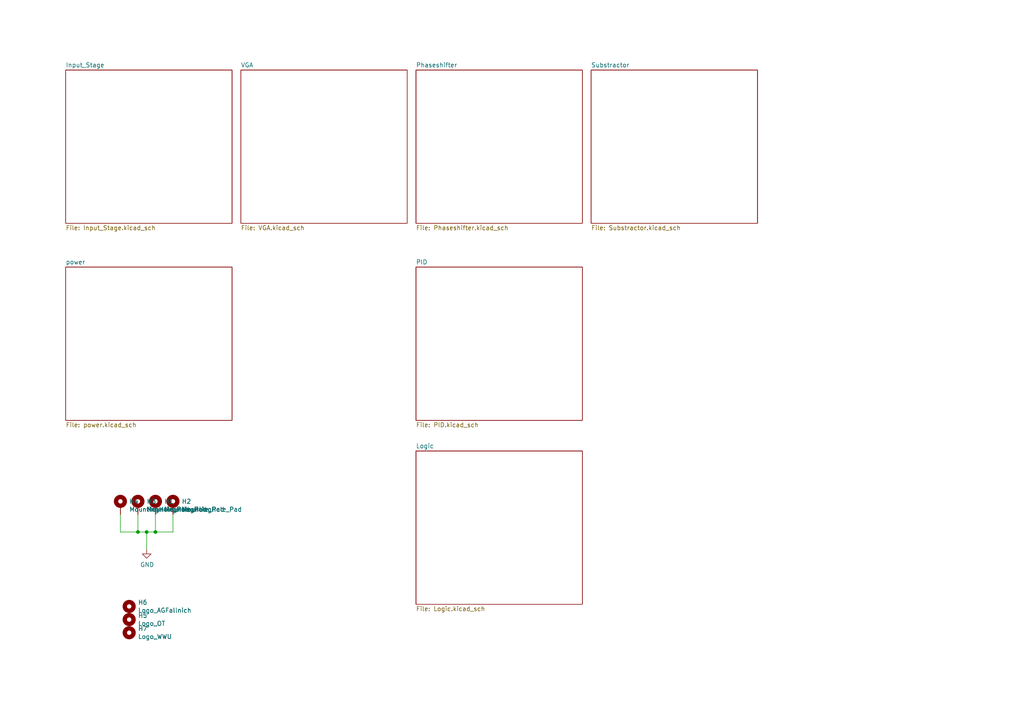
<source format=kicad_sch>
(kicad_sch (version 20211123) (generator eeschema)

  (uuid a51fb14f-4cc7-4891-a8ac-dbf36cd72af3)

  (paper "A4")

  (lib_symbols
    (symbol "Mechanical:MountingHole" (pin_names (offset 1.016)) (in_bom yes) (on_board yes)
      (property "Reference" "H" (id 0) (at 0 5.08 0)
        (effects (font (size 1.27 1.27)))
      )
      (property "Value" "MountingHole" (id 1) (at 0 3.175 0)
        (effects (font (size 1.27 1.27)))
      )
      (property "Footprint" "" (id 2) (at 0 0 0)
        (effects (font (size 1.27 1.27)) hide)
      )
      (property "Datasheet" "~" (id 3) (at 0 0 0)
        (effects (font (size 1.27 1.27)) hide)
      )
      (property "ki_keywords" "mounting hole" (id 4) (at 0 0 0)
        (effects (font (size 1.27 1.27)) hide)
      )
      (property "ki_description" "Mounting Hole without connection" (id 5) (at 0 0 0)
        (effects (font (size 1.27 1.27)) hide)
      )
      (property "ki_fp_filters" "MountingHole*" (id 6) (at 0 0 0)
        (effects (font (size 1.27 1.27)) hide)
      )
      (symbol "MountingHole_0_1"
        (circle (center 0 0) (radius 1.27)
          (stroke (width 1.27) (type default) (color 0 0 0 0))
          (fill (type none))
        )
      )
    )
    (symbol "Mechanical:MountingHole_Pad" (pin_numbers hide) (pin_names (offset 1.016) hide) (in_bom yes) (on_board yes)
      (property "Reference" "H" (id 0) (at 0 6.35 0)
        (effects (font (size 1.27 1.27)))
      )
      (property "Value" "MountingHole_Pad" (id 1) (at 0 4.445 0)
        (effects (font (size 1.27 1.27)))
      )
      (property "Footprint" "" (id 2) (at 0 0 0)
        (effects (font (size 1.27 1.27)) hide)
      )
      (property "Datasheet" "~" (id 3) (at 0 0 0)
        (effects (font (size 1.27 1.27)) hide)
      )
      (property "ki_keywords" "mounting hole" (id 4) (at 0 0 0)
        (effects (font (size 1.27 1.27)) hide)
      )
      (property "ki_description" "Mounting Hole with connection" (id 5) (at 0 0 0)
        (effects (font (size 1.27 1.27)) hide)
      )
      (property "ki_fp_filters" "MountingHole*Pad*" (id 6) (at 0 0 0)
        (effects (font (size 1.27 1.27)) hide)
      )
      (symbol "MountingHole_Pad_0_1"
        (circle (center 0 1.27) (radius 1.27)
          (stroke (width 1.27) (type default) (color 0 0 0 0))
          (fill (type none))
        )
      )
      (symbol "MountingHole_Pad_1_1"
        (pin input line (at 0 -2.54 90) (length 2.54)
          (name "1" (effects (font (size 1.27 1.27))))
          (number "1" (effects (font (size 1.27 1.27))))
        )
      )
    )
    (symbol "power:GND" (power) (pin_names (offset 0)) (in_bom yes) (on_board yes)
      (property "Reference" "#PWR" (id 0) (at 0 -6.35 0)
        (effects (font (size 1.27 1.27)) hide)
      )
      (property "Value" "GND" (id 1) (at 0 -3.81 0)
        (effects (font (size 1.27 1.27)))
      )
      (property "Footprint" "" (id 2) (at 0 0 0)
        (effects (font (size 1.27 1.27)) hide)
      )
      (property "Datasheet" "" (id 3) (at 0 0 0)
        (effects (font (size 1.27 1.27)) hide)
      )
      (property "ki_keywords" "power-flag" (id 4) (at 0 0 0)
        (effects (font (size 1.27 1.27)) hide)
      )
      (property "ki_description" "Power symbol creates a global label with name \"GND\" , ground" (id 5) (at 0 0 0)
        (effects (font (size 1.27 1.27)) hide)
      )
      (symbol "GND_0_1"
        (polyline
          (pts
            (xy 0 0)
            (xy 0 -1.27)
            (xy 1.27 -1.27)
            (xy 0 -2.54)
            (xy -1.27 -1.27)
            (xy 0 -1.27)
          )
          (stroke (width 0) (type default) (color 0 0 0 0))
          (fill (type none))
        )
      )
      (symbol "GND_1_1"
        (pin power_in line (at 0 0 270) (length 0) hide
          (name "GND" (effects (font (size 1.27 1.27))))
          (number "1" (effects (font (size 1.27 1.27))))
        )
      )
    )
  )

  (junction (at 42.545 154.305) (diameter 0) (color 0 0 0 0)
    (uuid 5ded64aa-dca0-408f-a48b-f53eb98f5374)
  )
  (junction (at 40.005 154.305) (diameter 0) (color 0 0 0 0)
    (uuid 76c131ce-9893-4636-b703-a2a5121efd65)
  )
  (junction (at 45.085 154.305) (diameter 0) (color 0 0 0 0)
    (uuid c2eb4778-c8c7-4370-885c-140204857271)
  )

  (wire (pts (xy 34.925 149.225) (xy 34.925 154.305))
    (stroke (width 0) (type default) (color 0 0 0 0))
    (uuid 0acee4ff-760d-45fd-bbb3-8f434ac60910)
  )
  (wire (pts (xy 40.005 154.305) (xy 42.545 154.305))
    (stroke (width 0) (type default) (color 0 0 0 0))
    (uuid 2818f56d-5755-4da5-a2ef-181949ba5d6e)
  )
  (wire (pts (xy 45.085 154.305) (xy 50.165 154.305))
    (stroke (width 0) (type default) (color 0 0 0 0))
    (uuid 4ae230e1-bf0b-47b1-8968-a7d48dbfb273)
  )
  (wire (pts (xy 34.925 154.305) (xy 40.005 154.305))
    (stroke (width 0) (type default) (color 0 0 0 0))
    (uuid 9d328528-0cb0-4899-8242-07fe55fc7492)
  )
  (wire (pts (xy 40.005 149.225) (xy 40.005 154.305))
    (stroke (width 0) (type default) (color 0 0 0 0))
    (uuid c68db133-1c47-4d95-9a31-d74a56b58613)
  )
  (wire (pts (xy 45.085 149.225) (xy 45.085 154.305))
    (stroke (width 0) (type default) (color 0 0 0 0))
    (uuid d5dc198f-10b3-4993-8c45-0a8d56e21dd8)
  )
  (wire (pts (xy 42.545 154.305) (xy 42.545 159.385))
    (stroke (width 0) (type default) (color 0 0 0 0))
    (uuid e10a6b04-bf15-42d1-889e-4d917c3a2ee1)
  )
  (wire (pts (xy 50.165 154.305) (xy 50.165 149.225))
    (stroke (width 0) (type default) (color 0 0 0 0))
    (uuid e4923780-30fe-4c0b-b28f-5ce5adfb52d3)
  )
  (wire (pts (xy 42.545 154.305) (xy 45.085 154.305))
    (stroke (width 0) (type default) (color 0 0 0 0))
    (uuid ff09c234-94c6-489c-80b8-83517c55ca7e)
  )

  (symbol (lib_id "Mechanical:MountingHole_Pad") (at 34.925 146.685 0) (unit 1)
    (in_bom yes) (on_board yes)
    (uuid 00000000-0000-0000-0000-000061994cae)
    (property "Reference" "H4" (id 0) (at 37.465 145.4404 0)
      (effects (font (size 1.27 1.27)) (justify left))
    )
    (property "Value" "MountingHole_Pad" (id 1) (at 37.465 147.7518 0)
      (effects (font (size 1.27 1.27)) (justify left))
    )
    (property "Footprint" "MountingHole:MountingHole_3.2mm_M3_Pad_Via" (id 2) (at 34.925 146.685 0)
      (effects (font (size 1.27 1.27)) hide)
    )
    (property "Datasheet" "~" (id 3) (at 34.925 146.685 0)
      (effects (font (size 1.27 1.27)) hide)
    )
    (pin "1" (uuid 59212164-bb65-4463-9fb7-7fc202060e6d))
  )

  (symbol (lib_id "Mechanical:MountingHole_Pad") (at 40.005 146.685 0) (unit 1)
    (in_bom yes) (on_board yes)
    (uuid 00000000-0000-0000-0000-000061995d99)
    (property "Reference" "H3" (id 0) (at 42.545 145.4404 0)
      (effects (font (size 1.27 1.27)) (justify left))
    )
    (property "Value" "MountingHole_Pad" (id 1) (at 42.545 147.7518 0)
      (effects (font (size 1.27 1.27)) (justify left))
    )
    (property "Footprint" "MountingHole:MountingHole_3.2mm_M3_Pad_Via" (id 2) (at 40.005 146.685 0)
      (effects (font (size 1.27 1.27)) hide)
    )
    (property "Datasheet" "~" (id 3) (at 40.005 146.685 0)
      (effects (font (size 1.27 1.27)) hide)
    )
    (pin "1" (uuid 8f616ce0-61aa-4dde-a2cd-cb09a93b5a82))
  )

  (symbol (lib_id "Mechanical:MountingHole_Pad") (at 45.085 146.685 0) (unit 1)
    (in_bom yes) (on_board yes)
    (uuid 00000000-0000-0000-0000-00006199a7b9)
    (property "Reference" "H1" (id 0) (at 47.625 145.4404 0)
      (effects (font (size 1.27 1.27)) (justify left))
    )
    (property "Value" "MountingHole_Pad" (id 1) (at 47.625 147.7518 0)
      (effects (font (size 1.27 1.27)) (justify left))
    )
    (property "Footprint" "MountingHole:MountingHole_3.2mm_M3_Pad_Via" (id 2) (at 45.085 146.685 0)
      (effects (font (size 1.27 1.27)) hide)
    )
    (property "Datasheet" "~" (id 3) (at 45.085 146.685 0)
      (effects (font (size 1.27 1.27)) hide)
    )
    (pin "1" (uuid 2f3f8f55-0391-4353-b782-738a428e203b))
  )

  (symbol (lib_id "Mechanical:MountingHole_Pad") (at 50.165 146.685 0) (unit 1)
    (in_bom yes) (on_board yes)
    (uuid 00000000-0000-0000-0000-00006199f048)
    (property "Reference" "H2" (id 0) (at 52.705 145.4404 0)
      (effects (font (size 1.27 1.27)) (justify left))
    )
    (property "Value" "MountingHole_Pad" (id 1) (at 52.705 147.7518 0)
      (effects (font (size 1.27 1.27)) (justify left))
    )
    (property "Footprint" "MountingHole:MountingHole_3.2mm_M3_Pad_Via" (id 2) (at 50.165 146.685 0)
      (effects (font (size 1.27 1.27)) hide)
    )
    (property "Datasheet" "~" (id 3) (at 50.165 146.685 0)
      (effects (font (size 1.27 1.27)) hide)
    )
    (pin "1" (uuid 511ca0e2-42bc-45ff-b229-19210b065082))
  )

  (symbol (lib_id "power:GND") (at 42.545 159.385 0) (unit 1)
    (in_bom yes) (on_board yes)
    (uuid 00000000-0000-0000-0000-0000619bed61)
    (property "Reference" "#PWR01" (id 0) (at 42.545 165.735 0)
      (effects (font (size 1.27 1.27)) hide)
    )
    (property "Value" "GND" (id 1) (at 42.672 163.7792 0))
    (property "Footprint" "" (id 2) (at 42.545 159.385 0)
      (effects (font (size 1.27 1.27)) hide)
    )
    (property "Datasheet" "" (id 3) (at 42.545 159.385 0)
      (effects (font (size 1.27 1.27)) hide)
    )
    (pin "1" (uuid 3ef4b28e-6f7d-431e-baad-d5a2526cc6de))
  )

  (symbol (lib_id "Mechanical:MountingHole") (at 37.465 175.895 0) (unit 1)
    (in_bom yes) (on_board yes)
    (uuid 00000000-0000-0000-0000-000061a869f9)
    (property "Reference" "H6" (id 0) (at 40.005 174.7266 0)
      (effects (font (size 1.27 1.27)) (justify left))
    )
    (property "Value" "Logo_AGFallnich" (id 1) (at 40.005 177.038 0)
      (effects (font (size 1.27 1.27)) (justify left))
    )
    (property "Footprint" "project_footprints:Logo_AGFallnich_text" (id 2) (at 37.465 175.895 0)
      (effects (font (size 1.27 1.27)) hide)
    )
    (property "Datasheet" "~" (id 3) (at 37.465 175.895 0)
      (effects (font (size 1.27 1.27)) hide)
    )
  )

  (symbol (lib_id "Mechanical:MountingHole") (at 37.465 179.705 0) (unit 1)
    (in_bom yes) (on_board yes)
    (uuid 00000000-0000-0000-0000-000061a87496)
    (property "Reference" "H5" (id 0) (at 40.005 178.5366 0)
      (effects (font (size 1.27 1.27)) (justify left))
    )
    (property "Value" "Logo_OT" (id 1) (at 40.005 180.848 0)
      (effects (font (size 1.27 1.27)) (justify left))
    )
    (property "Footprint" "project_footprints:Logo_OptischeTechnologien" (id 2) (at 37.465 179.705 0)
      (effects (font (size 1.27 1.27)) hide)
    )
    (property "Datasheet" "~" (id 3) (at 37.465 179.705 0)
      (effects (font (size 1.27 1.27)) hide)
    )
  )

  (symbol (lib_id "Mechanical:MountingHole") (at 37.465 183.515 0) (unit 1)
    (in_bom yes) (on_board yes)
    (uuid 00000000-0000-0000-0000-000061a8c660)
    (property "Reference" "H7" (id 0) (at 40.005 182.3466 0)
      (effects (font (size 1.27 1.27)) (justify left))
    )
    (property "Value" "Logo_WWU" (id 1) (at 40.005 184.658 0)
      (effects (font (size 1.27 1.27)) (justify left))
    )
    (property "Footprint" "project_footprints:Logo_WWU" (id 2) (at 37.465 183.515 0)
      (effects (font (size 1.27 1.27)) hide)
    )
    (property "Datasheet" "~" (id 3) (at 37.465 183.515 0)
      (effects (font (size 1.27 1.27)) hide)
    )
  )

  (sheet (at 19.05 77.47) (size 48.26 44.45) (fields_autoplaced)
    (stroke (width 0) (type solid) (color 0 0 0 0))
    (fill (color 0 0 0 0.0000))
    (uuid 00000000-0000-0000-0000-000060fef902)
    (property "Sheet name" "power" (id 0) (at 19.05 76.7584 0)
      (effects (font (size 1.27 1.27)) (justify left bottom))
    )
    (property "Sheet file" "power.kicad_sch" (id 1) (at 19.05 122.5046 0)
      (effects (font (size 1.27 1.27)) (justify left top))
    )
  )

  (sheet (at 120.65 77.47) (size 48.26 44.45) (fields_autoplaced)
    (stroke (width 0) (type solid) (color 0 0 0 0))
    (fill (color 0 0 0 0.0000))
    (uuid 00000000-0000-0000-0000-000060ff2652)
    (property "Sheet name" "PID" (id 0) (at 120.65 76.7584 0)
      (effects (font (size 1.27 1.27)) (justify left bottom))
    )
    (property "Sheet file" "PID.kicad_sch" (id 1) (at 120.65 122.5046 0)
      (effects (font (size 1.27 1.27)) (justify left top))
    )
  )

  (sheet (at 120.65 20.32) (size 48.26 44.45) (fields_autoplaced)
    (stroke (width 0) (type solid) (color 0 0 0 0))
    (fill (color 0 0 0 0.0000))
    (uuid 00000000-0000-0000-0000-00006105ba9c)
    (property "Sheet name" "Phaseshifter" (id 0) (at 120.65 19.6084 0)
      (effects (font (size 1.27 1.27)) (justify left bottom))
    )
    (property "Sheet file" "Phaseshifter.kicad_sch" (id 1) (at 120.65 65.3546 0)
      (effects (font (size 1.27 1.27)) (justify left top))
    )
  )

  (sheet (at 19.05 20.32) (size 48.26 44.45) (fields_autoplaced)
    (stroke (width 0) (type solid) (color 0 0 0 0))
    (fill (color 0 0 0 0.0000))
    (uuid 00000000-0000-0000-0000-000062811a30)
    (property "Sheet name" "Input_Stage" (id 0) (at 19.05 19.6084 0)
      (effects (font (size 1.27 1.27)) (justify left bottom))
    )
    (property "Sheet file" "Input_Stage.kicad_sch" (id 1) (at 19.05 65.3546 0)
      (effects (font (size 1.27 1.27)) (justify left top))
    )
  )

  (sheet (at 69.85 20.32) (size 48.26 44.45) (fields_autoplaced)
    (stroke (width 0) (type solid) (color 0 0 0 0))
    (fill (color 0 0 0 0.0000))
    (uuid 00000000-0000-0000-0000-000062832958)
    (property "Sheet name" "VGA" (id 0) (at 69.85 19.6084 0)
      (effects (font (size 1.27 1.27)) (justify left bottom))
    )
    (property "Sheet file" "VGA.kicad_sch" (id 1) (at 69.85 65.3546 0)
      (effects (font (size 1.27 1.27)) (justify left top))
    )
  )

  (sheet (at 171.45 20.32) (size 48.26 44.45) (fields_autoplaced)
    (stroke (width 0) (type solid) (color 0 0 0 0))
    (fill (color 0 0 0 0.0000))
    (uuid 00000000-0000-0000-0000-00006283c8da)
    (property "Sheet name" "Substractor" (id 0) (at 171.45 19.6084 0)
      (effects (font (size 1.27 1.27)) (justify left bottom))
    )
    (property "Sheet file" "Substractor.kicad_sch" (id 1) (at 171.45 65.3546 0)
      (effects (font (size 1.27 1.27)) (justify left top))
    )
  )

  (sheet (at 120.65 130.81) (size 48.26 44.45) (fields_autoplaced)
    (stroke (width 0.1524) (type solid) (color 0 0 0 0))
    (fill (color 0 0 0 0.0000))
    (uuid b4f1acce-45f9-4708-8c08-34e27c005db6)
    (property "Sheet name" "Logic" (id 0) (at 120.65 130.0984 0)
      (effects (font (size 1.27 1.27)) (justify left bottom))
    )
    (property "Sheet file" "Logic.kicad_sch" (id 1) (at 120.65 175.8446 0)
      (effects (font (size 1.27 1.27)) (justify left top))
    )
  )

  (sheet_instances
    (path "/" (page "1"))
    (path "/00000000-0000-0000-0000-000062811a30" (page "2"))
    (path "/00000000-0000-0000-0000-000060fef902" (page "3"))
    (path "/00000000-0000-0000-0000-000062832958" (page "4"))
    (path "/00000000-0000-0000-0000-00006105ba9c" (page "5"))
    (path "/00000000-0000-0000-0000-000060ff2652" (page "6"))
    (path "/00000000-0000-0000-0000-00006283c8da" (page "7"))
    (path "/b4f1acce-45f9-4708-8c08-34e27c005db6" (page "8"))
  )

  (symbol_instances
    (path "/00000000-0000-0000-0000-0000619bed61"
      (reference "#PWR01") (unit 1) (value "GND") (footprint "")
    )
    (path "/00000000-0000-0000-0000-000062811a30/83024b01-0ccd-4133-876f-65567d3761c7"
      (reference "#PWR02") (unit 1) (value "-2V5") (footprint "")
    )
    (path "/00000000-0000-0000-0000-000062811a30/02e7acce-db9c-4d95-8e99-f6fea3ae7052"
      (reference "#PWR03") (unit 1) (value "GND") (footprint "")
    )
    (path "/00000000-0000-0000-0000-000062811a30/00000000-0000-0000-0000-0000628af47b"
      (reference "#PWR04") (unit 1) (value "GND") (footprint "")
    )
    (path "/00000000-0000-0000-0000-00006283c8da/a6634261-7f5b-4cae-bf1b-b0f6374b411e"
      (reference "#PWR05") (unit 1) (value "GND") (footprint "")
    )
    (path "/00000000-0000-0000-0000-000062811a30/ab2fcb93-1f94-47e6-a29d-d8d871707348"
      (reference "#PWR06") (unit 1) (value "GND") (footprint "")
    )
    (path "/00000000-0000-0000-0000-000062811a30/b98cb2fc-2bb9-43df-bb38-7dd9b8cdb014"
      (reference "#PWR07") (unit 1) (value "GND") (footprint "")
    )
    (path "/00000000-0000-0000-0000-000062811a30/2e2d6d01-c9da-48cd-a600-3517c4563100"
      (reference "#PWR08") (unit 1) (value "GND") (footprint "")
    )
    (path "/00000000-0000-0000-0000-000062811a30/00000000-0000-0000-0000-0000628af48d"
      (reference "#PWR09") (unit 1) (value "GND") (footprint "")
    )
    (path "/00000000-0000-0000-0000-000062811a30/d51d5104-0fd0-45b8-8fee-58826315bd04"
      (reference "#PWR010") (unit 1) (value "+2V5") (footprint "")
    )
    (path "/00000000-0000-0000-0000-00006283c8da/09b31307-ff33-4608-98b9-0949c8ae73ba"
      (reference "#PWR011") (unit 1) (value "+2V5") (footprint "")
    )
    (path "/00000000-0000-0000-0000-00006283c8da/9d23f0d0-1b00-4b7b-91fc-fb60c8a7261c"
      (reference "#PWR012") (unit 1) (value "GND") (footprint "")
    )
    (path "/00000000-0000-0000-0000-000062811a30/7f56a9b5-b613-4854-ae1b-f2b76105993b"
      (reference "#PWR013") (unit 1) (value "-2V5") (footprint "")
    )
    (path "/00000000-0000-0000-0000-000062811a30/53835662-04f1-4c4c-9f8d-aa4cf407569e"
      (reference "#PWR014") (unit 1) (value "GND") (footprint "")
    )
    (path "/00000000-0000-0000-0000-000062811a30/00000000-0000-0000-0000-0000628af481"
      (reference "#PWR015") (unit 1) (value "GND") (footprint "")
    )
    (path "/00000000-0000-0000-0000-000062811a30/00000000-0000-0000-0000-0000628af487"
      (reference "#PWR016") (unit 1) (value "GND") (footprint "")
    )
    (path "/00000000-0000-0000-0000-00006283c8da/baa93508-8617-4767-aed4-3870191a76dc"
      (reference "#PWR017") (unit 1) (value "GND") (footprint "")
    )
    (path "/00000000-0000-0000-0000-000062811a30/b5519dd6-1dcf-4111-8e89-0e3b3e1e6da0"
      (reference "#PWR018") (unit 1) (value "GND") (footprint "")
    )
    (path "/00000000-0000-0000-0000-000062811a30/3bd98efc-b113-4169-8da9-013c3f479bc5"
      (reference "#PWR019") (unit 1) (value "GND") (footprint "")
    )
    (path "/00000000-0000-0000-0000-000062811a30/d578459e-639e-47de-91ac-a4872183b389"
      (reference "#PWR020") (unit 1) (value "GND") (footprint "")
    )
    (path "/00000000-0000-0000-0000-000062811a30/0eb0c0e8-5f4a-4ce0-bef6-0f33384f5c57"
      (reference "#PWR021") (unit 1) (value "+2V5") (footprint "")
    )
    (path "/00000000-0000-0000-0000-000060fef902/096cf7b3-d386-4c4a-a127-45d7562839da"
      (reference "#PWR022") (unit 1) (value "+5V") (footprint "")
    )
    (path "/00000000-0000-0000-0000-000060fef902/861cf4a0-02d2-4933-b71b-9ba7e99a9b85"
      (reference "#PWR023") (unit 1) (value "-2V5") (footprint "")
    )
    (path "/00000000-0000-0000-0000-000060fef902/00000000-0000-0000-0000-0000612111b8"
      (reference "#PWR024") (unit 1) (value "+5V") (footprint "")
    )
    (path "/00000000-0000-0000-0000-000060fef902/152788e3-3d71-4336-b2ba-010328d5706b"
      (reference "#PWR025") (unit 1) (value "GND") (footprint "")
    )
    (path "/00000000-0000-0000-0000-000060fef902/00000000-0000-0000-0000-0000611f93b9"
      (reference "#PWR026") (unit 1) (value "GND") (footprint "")
    )
    (path "/00000000-0000-0000-0000-000060fef902/f071fa35-2e73-4a4b-be7e-6a09ecd7a14f"
      (reference "#PWR027") (unit 1) (value "GND") (footprint "")
    )
    (path "/00000000-0000-0000-0000-000060fef902/37dece1e-6a34-4dab-8811-2ea8678e852c"
      (reference "#PWR028") (unit 1) (value "GND") (footprint "")
    )
    (path "/00000000-0000-0000-0000-000060fef902/9f2c2adf-2f69-471d-b531-9a7033e29d44"
      (reference "#PWR029") (unit 1) (value "GND") (footprint "")
    )
    (path "/00000000-0000-0000-0000-000060fef902/ae332483-4b0d-4e9d-a70d-76dbbe8c8fd5"
      (reference "#PWR030") (unit 1) (value "GND") (footprint "")
    )
    (path "/00000000-0000-0000-0000-000060fef902/fd2bd367-a492-440d-9e53-a61f92937c66"
      (reference "#PWR031") (unit 1) (value "GND") (footprint "")
    )
    (path "/00000000-0000-0000-0000-000060fef902/74904701-245f-4b56-9e3e-f6e607bd06ad"
      (reference "#PWR032") (unit 1) (value "GND") (footprint "")
    )
    (path "/00000000-0000-0000-0000-000060fef902/42d7a69f-57bc-4689-8269-8f0f879cc79e"
      (reference "#PWR033") (unit 1) (value "+5V") (footprint "")
    )
    (path "/00000000-0000-0000-0000-000060fef902/86c88fc9-669c-4446-9432-bee8fdb66815"
      (reference "#PWR034") (unit 1) (value "GND") (footprint "")
    )
    (path "/00000000-0000-0000-0000-000060fef902/3a98c28a-1ca0-4a4c-af51-344f5a76b041"
      (reference "#PWR035") (unit 1) (value "GND") (footprint "")
    )
    (path "/00000000-0000-0000-0000-000060fef902/7f341189-b6f7-43e6-9a31-48b5891ebcde"
      (reference "#PWR036") (unit 1) (value "GND") (footprint "")
    )
    (path "/00000000-0000-0000-0000-000060fef902/d0dd5e07-82fb-4137-8e2c-d31adc0d5777"
      (reference "#PWR037") (unit 1) (value "GND") (footprint "")
    )
    (path "/00000000-0000-0000-0000-000060fef902/5fa88592-de05-4fd5-adbd-52a77413c02d"
      (reference "#PWR038") (unit 1) (value "GND") (footprint "")
    )
    (path "/00000000-0000-0000-0000-000060fef902/92830f3b-88e6-41e2-a9ba-49e2929879f4"
      (reference "#PWR039") (unit 1) (value "GND") (footprint "")
    )
    (path "/00000000-0000-0000-0000-000060fef902/aff44589-7761-4cf3-8264-8a045163d4c7"
      (reference "#PWR040") (unit 1) (value "GND") (footprint "")
    )
    (path "/00000000-0000-0000-0000-000060fef902/00000000-0000-0000-0000-000061f916ff"
      (reference "#PWR041") (unit 1) (value "+5V") (footprint "")
    )
    (path "/00000000-0000-0000-0000-000060fef902/00000000-0000-0000-0000-000062496167"
      (reference "#PWR042") (unit 1) (value "GND") (footprint "")
    )
    (path "/00000000-0000-0000-0000-000060fef902/00000000-0000-0000-0000-000061c9a2f4"
      (reference "#PWR043") (unit 1) (value "+5V") (footprint "")
    )
    (path "/00000000-0000-0000-0000-000060fef902/00000000-0000-0000-0000-000061f2813a"
      (reference "#PWR044") (unit 1) (value "GND") (footprint "")
    )
    (path "/00000000-0000-0000-0000-000060fef902/00000000-0000-0000-0000-000061f812bd"
      (reference "#PWR045") (unit 1) (value "GND") (footprint "")
    )
    (path "/00000000-0000-0000-0000-000060fef902/00000000-0000-0000-0000-000061c861ce"
      (reference "#PWR046") (unit 1) (value "+2V5") (footprint "")
    )
    (path "/00000000-0000-0000-0000-000060fef902/00000000-0000-0000-0000-000061c72608"
      (reference "#PWR047") (unit 1) (value "-2V5") (footprint "")
    )
    (path "/00000000-0000-0000-0000-000060fef902/00000000-0000-0000-0000-000061c3211a"
      (reference "#PWR048") (unit 1) (value "GND") (footprint "")
    )
    (path "/00000000-0000-0000-0000-000060fef902/00000000-0000-0000-0000-000061c1c5b1"
      (reference "#PWR049") (unit 1) (value "GND") (footprint "")
    )
    (path "/00000000-0000-0000-0000-000060fef902/00000000-0000-0000-0000-000061c25d38"
      (reference "#PWR050") (unit 1) (value "GND") (footprint "")
    )
    (path "/00000000-0000-0000-0000-000060fef902/00000000-0000-0000-0000-000061f0d4fa"
      (reference "#PWR051") (unit 1) (value "GND") (footprint "")
    )
    (path "/00000000-0000-0000-0000-000060fef902/00000000-0000-0000-0000-000061f812b6"
      (reference "#PWR052") (unit 1) (value "GND") (footprint "")
    )
    (path "/00000000-0000-0000-0000-000060fef902/00000000-0000-0000-0000-000061f4208b"
      (reference "#PWR053") (unit 1) (value "GND") (footprint "")
    )
    (path "/00000000-0000-0000-0000-000060fef902/00000000-0000-0000-0000-000061f812c4"
      (reference "#PWR054") (unit 1) (value "GND") (footprint "")
    )
    (path "/00000000-0000-0000-0000-000060fef902/f122bf3e-1d54-469a-8ba7-df810001db4d"
      (reference "#PWR055") (unit 1) (value "GND") (footprint "")
    )
    (path "/00000000-0000-0000-0000-000060fef902/00000000-0000-0000-0000-0000621d743f"
      (reference "#PWR056") (unit 1) (value "GND") (footprint "")
    )
    (path "/00000000-0000-0000-0000-000060ff2652/70861b97-94db-4863-a634-e373c352d056"
      (reference "#PWR057") (unit 1) (value "+2V5") (footprint "")
    )
    (path "/00000000-0000-0000-0000-000060ff2652/647e7a6c-748f-4a37-a831-f1c1917c8891"
      (reference "#PWR058") (unit 1) (value "-2V5") (footprint "")
    )
    (path "/b4f1acce-45f9-4708-8c08-34e27c005db6/9f678386-c399-4d13-b4b3-58ebaf7a327a"
      (reference "#PWR059") (unit 1) (value "GND") (footprint "")
    )
    (path "/b4f1acce-45f9-4708-8c08-34e27c005db6/b7598008-7044-4db9-9da2-b184880c9f5d"
      (reference "#PWR060") (unit 1) (value "GND") (footprint "")
    )
    (path "/00000000-0000-0000-0000-00006105ba9c/0ef2e7b5-b69f-4693-9bb4-6a624bf34efd"
      (reference "#PWR061") (unit 1) (value "-2V5") (footprint "")
    )
    (path "/00000000-0000-0000-0000-00006105ba9c/65306e35-30a2-40a8-ba75-03d98c7eb6bd"
      (reference "#PWR062") (unit 1) (value "GND") (footprint "")
    )
    (path "/00000000-0000-0000-0000-00006105ba9c/6603f499-ed77-4149-9427-2958d6012c4f"
      (reference "#PWR063") (unit 1) (value "GND") (footprint "")
    )
    (path "/00000000-0000-0000-0000-00006105ba9c/57148d47-29d0-4890-8946-596ce2fad346"
      (reference "#PWR064") (unit 1) (value "+2V5") (footprint "")
    )
    (path "/00000000-0000-0000-0000-00006105ba9c/4f714eee-0016-4cf1-8b74-46000941e0b5"
      (reference "#PWR065") (unit 1) (value "-2V5") (footprint "")
    )
    (path "/00000000-0000-0000-0000-00006105ba9c/e7498348-c084-43b2-a221-777122cc9364"
      (reference "#PWR066") (unit 1) (value "GND") (footprint "")
    )
    (path "/00000000-0000-0000-0000-00006105ba9c/1d06a296-05ce-4afc-bd7b-ede8a8dbce62"
      (reference "#PWR067") (unit 1) (value "GND") (footprint "")
    )
    (path "/00000000-0000-0000-0000-00006105ba9c/f86d9b1b-1854-4ae4-99c4-42a5b2fe472d"
      (reference "#PWR068") (unit 1) (value "+2V5") (footprint "")
    )
    (path "/00000000-0000-0000-0000-000062832958/81c7fe60-ab86-4fd3-9ee1-c2b32ecb6f41"
      (reference "#PWR069") (unit 1) (value "GND") (footprint "")
    )
    (path "/00000000-0000-0000-0000-000062832958/740ef632-7421-4e0e-8ee2-ccdc6ed34565"
      (reference "#PWR070") (unit 1) (value "GND") (footprint "")
    )
    (path "/00000000-0000-0000-0000-000062832958/9284060e-0020-43a4-bb5c-bb48a69914ac"
      (reference "#PWR071") (unit 1) (value "GND") (footprint "")
    )
    (path "/00000000-0000-0000-0000-000062832958/7fa1957e-d497-4a2b-9501-d1b24a7a3468"
      (reference "#PWR072") (unit 1) (value "GND") (footprint "")
    )
    (path "/00000000-0000-0000-0000-000062832958/0bd9efd5-19c1-4366-b84d-7d9a1d6b6f20"
      (reference "#PWR073") (unit 1) (value "GND") (footprint "")
    )
    (path "/00000000-0000-0000-0000-000062832958/292b129f-1607-45b3-88a6-7669adfb58dd"
      (reference "#PWR074") (unit 1) (value "GND") (footprint "")
    )
    (path "/00000000-0000-0000-0000-000062832958/2a207ad2-604c-434f-b1ca-12c1e714154c"
      (reference "#PWR075") (unit 1) (value "-2V5") (footprint "")
    )
    (path "/00000000-0000-0000-0000-000062832958/cfc7ff77-1833-4cfa-9c89-26a9e4e5334f"
      (reference "#PWR076") (unit 1) (value "-2V5") (footprint "")
    )
    (path "/00000000-0000-0000-0000-000062832958/ce21a1ac-1fc5-4d48-9a4f-1f9bbb2550b8"
      (reference "#PWR077") (unit 1) (value "+2V5") (footprint "")
    )
    (path "/00000000-0000-0000-0000-000062832958/78e2ca51-0b87-4643-bca0-da15c16dd156"
      (reference "#PWR078") (unit 1) (value "+2V5") (footprint "")
    )
    (path "/00000000-0000-0000-0000-000062832958/d19da3ac-32fd-4f60-bf7f-488e15de4fc7"
      (reference "#PWR079") (unit 1) (value "GND") (footprint "")
    )
    (path "/00000000-0000-0000-0000-000062832958/0b50af86-5ea1-4668-be6d-187b46d25dc2"
      (reference "#PWR080") (unit 1) (value "GND") (footprint "")
    )
    (path "/00000000-0000-0000-0000-000062832958/0a14b1e5-b5af-4927-9695-a9543c688cf5"
      (reference "#PWR081") (unit 1) (value "GND") (footprint "")
    )
    (path "/00000000-0000-0000-0000-000062832958/d3b6dc82-1926-4a51-9e11-e25e3d64b8be"
      (reference "#PWR082") (unit 1) (value "GND") (footprint "")
    )
    (path "/00000000-0000-0000-0000-000062832958/0fe180c1-3bc0-411a-9574-5a140caaaa98"
      (reference "#PWR083") (unit 1) (value "GND") (footprint "")
    )
    (path "/00000000-0000-0000-0000-000062832958/1fdea2eb-4519-4e4d-a724-a65170a890a4"
      (reference "#PWR084") (unit 1) (value "GND") (footprint "")
    )
    (path "/00000000-0000-0000-0000-000062832958/4241952a-6730-45c7-b5a3-c3e053e0870d"
      (reference "#PWR085") (unit 1) (value "GND") (footprint "")
    )
    (path "/00000000-0000-0000-0000-000062832958/d5475e56-0288-40d5-95a7-e6408355ae6d"
      (reference "#PWR086") (unit 1) (value "GND") (footprint "")
    )
    (path "/00000000-0000-0000-0000-000062832958/366cc030-e17e-4cb2-811d-2e7781ddd35e"
      (reference "#PWR087") (unit 1) (value "GND") (footprint "")
    )
    (path "/00000000-0000-0000-0000-000062832958/aa776dd5-00a6-40a7-a7c7-61c891c32b88"
      (reference "#PWR088") (unit 1) (value "GND") (footprint "")
    )
    (path "/00000000-0000-0000-0000-000062832958/1cb940ba-24a9-46a4-acd4-af06c715e6e4"
      (reference "#PWR089") (unit 1) (value "GND") (footprint "")
    )
    (path "/00000000-0000-0000-0000-000062832958/3acefa00-1747-4a72-ae1b-a5d3e0d7b628"
      (reference "#PWR090") (unit 1) (value "GND") (footprint "")
    )
    (path "/00000000-0000-0000-0000-000062832958/7bbc4d7b-7cd2-4a7d-ad12-2bb3d9473788"
      (reference "#PWR091") (unit 1) (value "GND") (footprint "")
    )
    (path "/00000000-0000-0000-0000-000062832958/d62df620-4777-4736-a67e-4e54d1bda177"
      (reference "#PWR092") (unit 1) (value "GND") (footprint "")
    )
    (path "/00000000-0000-0000-0000-000062832958/825b173a-7095-4b16-b664-73987f125c59"
      (reference "#PWR093") (unit 1) (value "-2V5") (footprint "")
    )
    (path "/00000000-0000-0000-0000-000062832958/9c753bea-d38e-4963-9324-ba04c1d263b9"
      (reference "#PWR094") (unit 1) (value "-2V5") (footprint "")
    )
    (path "/00000000-0000-0000-0000-000062832958/08f95c75-f4de-4929-aba2-5f0defc2181f"
      (reference "#PWR095") (unit 1) (value "+2V5") (footprint "")
    )
    (path "/00000000-0000-0000-0000-000062832958/e0438d54-7b71-4c07-8e68-10990e2ba0ad"
      (reference "#PWR096") (unit 1) (value "+2V5") (footprint "")
    )
    (path "/00000000-0000-0000-0000-000062832958/893f9c35-3d4e-4455-9af6-34c584ea0713"
      (reference "#PWR097") (unit 1) (value "GND") (footprint "")
    )
    (path "/00000000-0000-0000-0000-000062832958/08f42134-ebb5-4332-8e06-3a4805c2bb5d"
      (reference "#PWR098") (unit 1) (value "GND") (footprint "")
    )
    (path "/00000000-0000-0000-0000-000062832958/275620e3-1a38-4245-8ef2-414b91e8e5ab"
      (reference "#PWR099") (unit 1) (value "GND") (footprint "")
    )
    (path "/00000000-0000-0000-0000-000062832958/24da8b02-961f-4478-8c51-e2eba88b7fab"
      (reference "#PWR0100") (unit 1) (value "GND") (footprint "")
    )
    (path "/00000000-0000-0000-0000-000062832958/960bc2f6-29e2-4b4d-bb4b-f0e6e3bd8480"
      (reference "#PWR0101") (unit 1) (value "GND") (footprint "")
    )
    (path "/00000000-0000-0000-0000-000062832958/dbfe9bba-4db2-4db2-8a10-19ee83f15649"
      (reference "#PWR0102") (unit 1) (value "GND") (footprint "")
    )
    (path "/00000000-0000-0000-0000-000062832958/ad5f6d15-8c7a-4a1c-80e8-20c07116f9e7"
      (reference "#PWR0103") (unit 1) (value "GND") (footprint "")
    )
    (path "/00000000-0000-0000-0000-000062832958/8abad41c-e577-4265-9559-2527efcca667"
      (reference "#PWR0104") (unit 1) (value "GND") (footprint "")
    )
    (path "/00000000-0000-0000-0000-000060ff2652/a67e42c2-686f-4705-bee6-0b31ae9a9e93"
      (reference "#PWR0105") (unit 1) (value "-2V5") (footprint "")
    )
    (path "/00000000-0000-0000-0000-000060ff2652/fb67b6d2-2f20-4fac-86d4-8e91e9d3cc84"
      (reference "#PWR0106") (unit 1) (value "+2V5") (footprint "")
    )
    (path "/00000000-0000-0000-0000-000060ff2652/4332f3c2-9eb6-494d-9c16-87dedecdac9b"
      (reference "#PWR0107") (unit 1) (value "+5V") (footprint "")
    )
    (path "/00000000-0000-0000-0000-000060ff2652/8bd7d7bf-8be8-4b1c-b08a-42d90da2dcc1"
      (reference "#PWR0108") (unit 1) (value "+2V5") (footprint "")
    )
    (path "/b4f1acce-45f9-4708-8c08-34e27c005db6/5e3ce0f6-6d42-4330-a6c7-c397e950aaf0"
      (reference "#PWR0109") (unit 1) (value "-2V5") (footprint "")
    )
    (path "/00000000-0000-0000-0000-00006283c8da/2e521e66-951f-484d-b5b7-3c4216d9d365"
      (reference "#PWR0110") (unit 1) (value "GND") (footprint "")
    )
    (path "/00000000-0000-0000-0000-00006283c8da/607d311e-5afc-47ba-98bc-1b2d4d9fd070"
      (reference "#PWR0111") (unit 1) (value "-2V5") (footprint "")
    )
    (path "/00000000-0000-0000-0000-00006105ba9c/00000000-0000-0000-0000-00006106d030"
      (reference "#PWR0112") (unit 1) (value "GND") (footprint "")
    )
    (path "/00000000-0000-0000-0000-00006105ba9c/00000000-0000-0000-0000-000061d55e9c"
      (reference "#PWR0113") (unit 1) (value "GND") (footprint "")
    )
    (path "/00000000-0000-0000-0000-00006105ba9c/00000000-0000-0000-0000-0000622d6411"
      (reference "#PWR0114") (unit 1) (value "GND") (footprint "")
    )
    (path "/00000000-0000-0000-0000-00006283c8da/88642a5c-b8af-488f-b117-bb375214bd8c"
      (reference "#PWR0115") (unit 1) (value "GND") (footprint "")
    )
    (path "/00000000-0000-0000-0000-00006283c8da/46539dba-f14b-4ba9-a78b-f344c5a6312c"
      (reference "#PWR0116") (unit 1) (value "GND") (footprint "")
    )
    (path "/00000000-0000-0000-0000-00006105ba9c/00000000-0000-0000-0000-00006105c17c"
      (reference "#PWR0117") (unit 1) (value "GND") (footprint "")
    )
    (path "/00000000-0000-0000-0000-00006105ba9c/00000000-0000-0000-0000-000061d611f1"
      (reference "#PWR0118") (unit 1) (value "GND") (footprint "")
    )
    (path "/00000000-0000-0000-0000-000060ff2652/00000000-0000-0000-0000-0000611bf6bd"
      (reference "#PWR0119") (unit 1) (value "+2V5") (footprint "")
    )
    (path "/00000000-0000-0000-0000-000060ff2652/310c44dc-4eb5-4b63-aba7-1ad6270430e9"
      (reference "#PWR0120") (unit 1) (value "GND") (footprint "")
    )
    (path "/00000000-0000-0000-0000-000060ff2652/366ff55b-5c74-479a-8e82-d65d5fcb107e"
      (reference "#PWR0121") (unit 1) (value "GND") (footprint "")
    )
    (path "/00000000-0000-0000-0000-000060ff2652/7f4a6452-6fbf-4f22-8394-219e2e7681cb"
      (reference "#PWR0122") (unit 1) (value "GND") (footprint "")
    )
    (path "/00000000-0000-0000-0000-000060ff2652/7aff6231-bc66-4e85-aa6d-e7215b38c411"
      (reference "#PWR0123") (unit 1) (value "+2V5") (footprint "")
    )
    (path "/00000000-0000-0000-0000-000060ff2652/00000000-0000-0000-0000-000061181a4c"
      (reference "#PWR0124") (unit 1) (value "GND") (footprint "")
    )
    (path "/00000000-0000-0000-0000-000060ff2652/313cfd25-2ab6-4fe9-b503-acfd2770826e"
      (reference "#PWR0125") (unit 1) (value "GND") (footprint "")
    )
    (path "/00000000-0000-0000-0000-000060ff2652/2b9d1592-3f15-48b4-833b-2e20ec8879f4"
      (reference "#PWR0126") (unit 1) (value "GND") (footprint "")
    )
    (path "/00000000-0000-0000-0000-000060ff2652/00000000-0000-0000-0000-0000620fec71"
      (reference "#PWR0127") (unit 1) (value "-2V5") (footprint "")
    )
    (path "/00000000-0000-0000-0000-00006283c8da/ae2bf405-59f1-4f1a-9fc1-68d3323d2de8"
      (reference "#PWR0128") (unit 1) (value "GND") (footprint "")
    )
    (path "/00000000-0000-0000-0000-000062811a30/35e0b3b0-d65d-413c-ba06-27babd7bf431"
      (reference "#PWR0129") (unit 1) (value "GND") (footprint "")
    )
    (path "/00000000-0000-0000-0000-00006283c8da/c656dbcb-ef78-46e5-b20e-5c355740c990"
      (reference "#PWR0130") (unit 1) (value "GND") (footprint "")
    )
    (path "/00000000-0000-0000-0000-00006283c8da/885327ce-3e69-4edb-a735-6064ce2967fb"
      (reference "#PWR0131") (unit 1) (value "GND") (footprint "")
    )
    (path "/00000000-0000-0000-0000-00006283c8da/a9e67648-4386-4b7e-9ac3-b15b14ab9215"
      (reference "#PWR0132") (unit 1) (value "+2V5") (footprint "")
    )
    (path "/00000000-0000-0000-0000-00006283c8da/3d09ae46-5199-4791-8729-58e9774364a1"
      (reference "#PWR0133") (unit 1) (value "-2V5") (footprint "")
    )
    (path "/00000000-0000-0000-0000-00006283c8da/59010b82-de60-4593-ab1f-4bd429613c04"
      (reference "#PWR0134") (unit 1) (value "GND") (footprint "")
    )
    (path "/00000000-0000-0000-0000-00006283c8da/53751e45-b3a9-4e3c-b3c2-f999f2a934a1"
      (reference "#PWR0135") (unit 1) (value "GND") (footprint "")
    )
    (path "/00000000-0000-0000-0000-000062811a30/2cf16396-d521-460a-9836-36006705ec05"
      (reference "#PWR0136") (unit 1) (value "GND") (footprint "")
    )
    (path "/00000000-0000-0000-0000-00006283c8da/adcb1295-7c5b-4c68-a12b-6d2d7ddcd45d"
      (reference "#PWR0137") (unit 1) (value "GND") (footprint "")
    )
    (path "/00000000-0000-0000-0000-000062811a30/810a044b-20b8-499d-bbe9-71e0e2676520"
      (reference "#PWR0138") (unit 1) (value "GND") (footprint "")
    )
    (path "/00000000-0000-0000-0000-00006283c8da/ccd5c867-7e4a-4998-8c31-b5d6645e6eab"
      (reference "#PWR0139") (unit 1) (value "+2V5") (footprint "")
    )
    (path "/00000000-0000-0000-0000-00006283c8da/e7aefd48-a065-4798-a561-e6a45f34224f"
      (reference "#PWR0140") (unit 1) (value "-2V5") (footprint "")
    )
    (path "/00000000-0000-0000-0000-000062811a30/f8ad8d06-83d0-41b3-b266-90ca40fd5fab"
      (reference "#PWR0141") (unit 1) (value "GND") (footprint "")
    )
    (path "/00000000-0000-0000-0000-000062811a30/b9963ba2-a7fc-4d39-add6-195748a3c2bc"
      (reference "#PWR0142") (unit 1) (value "-2V5") (footprint "")
    )
    (path "/00000000-0000-0000-0000-00006283c8da/40e75fb0-7962-4a6d-b911-27fbe94ea720"
      (reference "#PWR0143") (unit 1) (value "GND") (footprint "")
    )
    (path "/00000000-0000-0000-0000-00006283c8da/960e93f5-398a-4e82-99bd-0228bc88ddee"
      (reference "#PWR0144") (unit 1) (value "GND") (footprint "")
    )
    (path "/00000000-0000-0000-0000-000060fef902/6afb3ee1-8d4f-4fe7-bd92-971f36e04556"
      (reference "#PWR0145") (unit 1) (value "GND") (footprint "")
    )
    (path "/00000000-0000-0000-0000-000060fef902/d7863ed7-5349-479b-92bf-03e7501b8e53"
      (reference "#PWR0146") (unit 1) (value "+5V") (footprint "")
    )
    (path "/00000000-0000-0000-0000-000060fef902/cc865737-074e-45bc-bb25-020c2e5d1b9b"
      (reference "#PWR0147") (unit 1) (value "+2V5") (footprint "")
    )
    (path "/00000000-0000-0000-0000-000060fef902/aa9674e6-95a1-4c56-a24e-9b3b0f78276e"
      (reference "#PWR0148") (unit 1) (value "GND") (footprint "")
    )
    (path "/00000000-0000-0000-0000-000060fef902/4380dd0c-31bf-4b14-b2c1-d302414a72e1"
      (reference "#PWR0149") (unit 1) (value "GND") (footprint "")
    )
    (path "/00000000-0000-0000-0000-000060fef902/60eab849-3c22-45b4-a4f8-63355dff1c31"
      (reference "#PWR0150") (unit 1) (value "GND") (footprint "")
    )
    (path "/00000000-0000-0000-0000-000060fef902/357ad37d-c773-4c38-8dda-853413e432bc"
      (reference "#PWR0151") (unit 1) (value "GND") (footprint "")
    )
    (path "/00000000-0000-0000-0000-000060fef902/a6ca1d58-8d2e-4f63-a42a-eceefe707dcb"
      (reference "#PWR0152") (unit 1) (value "GND") (footprint "")
    )
    (path "/00000000-0000-0000-0000-00006105ba9c/e1a8a73a-99aa-4c46-93c3-2bd34c31382d"
      (reference "#PWR0153") (unit 1) (value "GND") (footprint "")
    )
    (path "/00000000-0000-0000-0000-000060ff2652/236999bf-c3cb-421e-8122-67807a3cb906"
      (reference "#PWR0154") (unit 1) (value "GND") (footprint "")
    )
    (path "/00000000-0000-0000-0000-000062811a30/146ccda2-0d26-4070-9832-baf73bbfdd6d"
      (reference "#PWR0155") (unit 1) (value "+2V5") (footprint "")
    )
    (path "/00000000-0000-0000-0000-000062811a30/3e15dd40-2b89-42b5-b623-75cc3bada668"
      (reference "#PWR0156") (unit 1) (value "GND") (footprint "")
    )
    (path "/00000000-0000-0000-0000-000062811a30/89d66d19-2390-4f80-bddd-e015ad961a44"
      (reference "#PWR0157") (unit 1) (value "GND") (footprint "")
    )
    (path "/b4f1acce-45f9-4708-8c08-34e27c005db6/feb7dc6f-60de-4d9c-bc00-e40ac8112b69"
      (reference "#PWR0158") (unit 1) (value "-2V5") (footprint "")
    )
    (path "/b4f1acce-45f9-4708-8c08-34e27c005db6/77ba2f1b-8f37-47c2-8c57-ec8bb3211e59"
      (reference "#PWR0159") (unit 1) (value "-2V5") (footprint "")
    )
    (path "/00000000-0000-0000-0000-000060ff2652/121ed859-7f28-45d9-9515-6666028d0304"
      (reference "#PWR0160") (unit 1) (value "GND") (footprint "")
    )
    (path "/b4f1acce-45f9-4708-8c08-34e27c005db6/507d6523-5997-41d5-9d94-5d458ce40f8a"
      (reference "#PWR0161") (unit 1) (value "+2V5") (footprint "")
    )
    (path "/00000000-0000-0000-0000-000060ff2652/0a50dd81-0636-44c7-b3c7-216336d21378"
      (reference "#PWR0162") (unit 1) (value "GND") (footprint "")
    )
    (path "/00000000-0000-0000-0000-000060ff2652/5339dd39-528f-4ef4-912c-835c8f5214c7"
      (reference "#PWR0163") (unit 1) (value "+2V5") (footprint "")
    )
    (path "/b4f1acce-45f9-4708-8c08-34e27c005db6/95548e0e-e1be-41ef-99b2-05dffee38945"
      (reference "#PWR0164") (unit 1) (value "+2V5") (footprint "")
    )
    (path "/b4f1acce-45f9-4708-8c08-34e27c005db6/f1e965a5-3f17-4c6e-bca7-7e39c4dab04c"
      (reference "#PWR0165") (unit 1) (value "-2V5") (footprint "")
    )
    (path "/b4f1acce-45f9-4708-8c08-34e27c005db6/d8c48a64-2e92-465b-a7d1-1305df8c2e89"
      (reference "#PWR0166") (unit 1) (value "-2V5") (footprint "")
    )
    (path "/00000000-0000-0000-0000-000060ff2652/58ed4036-6a08-46fe-9cf3-7a6b9696142a"
      (reference "#PWR0167") (unit 1) (value "GND") (footprint "")
    )
    (path "/00000000-0000-0000-0000-000060ff2652/7d763c9a-5059-41fa-96ed-441362f8f84a"
      (reference "#PWR0168") (unit 1) (value "-2V5") (footprint "")
    )
    (path "/00000000-0000-0000-0000-000060ff2652/9bab2850-737b-489e-ab0f-64ac0f78c911"
      (reference "#PWR0169") (unit 1) (value "+2V5") (footprint "")
    )
    (path "/00000000-0000-0000-0000-000060ff2652/e29405b9-0a0d-449b-9ef8-0b4f2b87c91a"
      (reference "#PWR0170") (unit 1) (value "-2V5") (footprint "")
    )
    (path "/00000000-0000-0000-0000-000060ff2652/dc375018-60c5-4e44-a236-1358422d5ed4"
      (reference "#PWR0171") (unit 1) (value "GND") (footprint "")
    )
    (path "/00000000-0000-0000-0000-00006105ba9c/552d48cc-d858-443c-b7d3-86604de51c1f"
      (reference "#PWR0172") (unit 1) (value "GND") (footprint "")
    )
    (path "/00000000-0000-0000-0000-00006105ba9c/37a8bac7-50ee-4dca-a0e9-07e6fb630da7"
      (reference "#PWR0173") (unit 1) (value "GND") (footprint "")
    )
    (path "/00000000-0000-0000-0000-000060ff2652/024c92ef-e5c0-46b0-b478-17bca0761b00"
      (reference "#PWR0174") (unit 1) (value "+2V5") (footprint "")
    )
    (path "/00000000-0000-0000-0000-00006105ba9c/3779884d-b3b5-4481-bfc2-988754471073"
      (reference "#PWR0175") (unit 1) (value "+5V") (footprint "")
    )
    (path "/00000000-0000-0000-0000-00006105ba9c/cfb3eea1-794b-42de-9a30-1d1622f58ed7"
      (reference "#PWR0176") (unit 1) (value "GND") (footprint "")
    )
    (path "/00000000-0000-0000-0000-000060ff2652/80ea4f90-a049-425a-bb29-810291517eaa"
      (reference "#PWR0177") (unit 1) (value "+2V5") (footprint "")
    )
    (path "/00000000-0000-0000-0000-000060ff2652/b789198f-1bb3-4908-898e-8073fd8176e9"
      (reference "#PWR0178") (unit 1) (value "+2V5") (footprint "")
    )
    (path "/00000000-0000-0000-0000-000060ff2652/e77d061e-4ff4-4e5b-b75e-ad752f584310"
      (reference "#PWR0179") (unit 1) (value "-2V5") (footprint "")
    )
    (path "/00000000-0000-0000-0000-000060ff2652/00c9e73a-020f-40d6-929d-3a35884ea521"
      (reference "#PWR0180") (unit 1) (value "-2V5") (footprint "")
    )
    (path "/00000000-0000-0000-0000-000060ff2652/984abbdc-68c3-482d-aff0-668d23708863"
      (reference "#PWR0181") (unit 1) (value "+2V5") (footprint "")
    )
    (path "/00000000-0000-0000-0000-000060ff2652/7c0524da-0a4b-4364-b4ba-a6c12602a76f"
      (reference "#PWR0182") (unit 1) (value "-2V5") (footprint "")
    )
    (path "/00000000-0000-0000-0000-000060ff2652/87edeff4-34c7-43cc-b8f3-326e29d9b83c"
      (reference "#PWR0183") (unit 1) (value "GND") (footprint "")
    )
    (path "/00000000-0000-0000-0000-000060ff2652/88e7ed4d-3be2-49e7-a8ec-13bdeb9ed367"
      (reference "#PWR0184") (unit 1) (value "GND") (footprint "")
    )
    (path "/00000000-0000-0000-0000-000060ff2652/79037c9f-f5e3-46b5-a0a2-6d8e3813189a"
      (reference "#PWR0185") (unit 1) (value "-2V5") (footprint "")
    )
    (path "/00000000-0000-0000-0000-000060ff2652/a0de9335-4332-487d-a786-ce7f398269f7"
      (reference "#PWR0186") (unit 1) (value "GND") (footprint "")
    )
    (path "/00000000-0000-0000-0000-000060ff2652/0a226715-cac8-4b43-82db-b922dfca235a"
      (reference "#PWR0187") (unit 1) (value "GND") (footprint "")
    )
    (path "/00000000-0000-0000-0000-000060ff2652/6d35008d-8d97-4bcf-9e2f-25f33e947b99"
      (reference "#PWR0188") (unit 1) (value "GND") (footprint "")
    )
    (path "/00000000-0000-0000-0000-000060ff2652/dff80258-5911-4aaa-a297-1908385ef330"
      (reference "#PWR0189") (unit 1) (value "GND") (footprint "")
    )
    (path "/00000000-0000-0000-0000-000060ff2652/cffc7e72-cc67-454f-aa2f-322506046879"
      (reference "#PWR0190") (unit 1) (value "GND") (footprint "")
    )
    (path "/00000000-0000-0000-0000-000060ff2652/3239a23c-e9d2-40a6-aca5-ef975ce6e944"
      (reference "#PWR0191") (unit 1) (value "GND") (footprint "")
    )
    (path "/00000000-0000-0000-0000-000060ff2652/3781ea58-fab4-4030-a386-d35aa4ef0226"
      (reference "#PWR0192") (unit 1) (value "-2V5") (footprint "")
    )
    (path "/00000000-0000-0000-0000-00006283c8da/0e890ba9-d844-404f-8049-9c8b86157866"
      (reference "#PWR0193") (unit 1) (value "+2V5") (footprint "")
    )
    (path "/00000000-0000-0000-0000-00006283c8da/65d95f1c-658a-439d-bfe1-037eeee6f096"
      (reference "#PWR0194") (unit 1) (value "-2V5") (footprint "")
    )
    (path "/00000000-0000-0000-0000-00006283c8da/29e7480c-80e6-44ee-8902-75639b45851a"
      (reference "#PWR0195") (unit 1) (value "GND") (footprint "")
    )
    (path "/00000000-0000-0000-0000-00006283c8da/d2c9efc1-9d9f-4b29-bfe6-a8290fae4124"
      (reference "#PWR0196") (unit 1) (value "GND") (footprint "")
    )
    (path "/00000000-0000-0000-0000-00006283c8da/82b8f1eb-f72f-470a-9c6a-afaffb764cfd"
      (reference "#PWR0197") (unit 1) (value "GND") (footprint "")
    )
    (path "/00000000-0000-0000-0000-00006283c8da/b72ec46c-b763-4b80-813a-1819ddbf0ef1"
      (reference "#PWR0198") (unit 1) (value "-2V5") (footprint "")
    )
    (path "/00000000-0000-0000-0000-00006283c8da/9a682fc9-d6b6-4e4f-8f87-12209ba79909"
      (reference "#PWR0199") (unit 1) (value "GND") (footprint "")
    )
    (path "/00000000-0000-0000-0000-00006283c8da/515b5c09-c0bc-4d85-a90d-82cafa519224"
      (reference "#PWR0200") (unit 1) (value "+2V5") (footprint "")
    )
    (path "/00000000-0000-0000-0000-00006283c8da/6fc02930-fb85-4c4b-9073-73b0eaa9ebcf"
      (reference "#PWR0201") (unit 1) (value "-2V5") (footprint "")
    )
    (path "/00000000-0000-0000-0000-00006283c8da/ec402f69-0329-4b65-b355-a8c2d276780a"
      (reference "#PWR0202") (unit 1) (value "GND") (footprint "")
    )
    (path "/00000000-0000-0000-0000-00006283c8da/176f4a6c-0a87-47f3-b2b1-01d47666dee7"
      (reference "#PWR0203") (unit 1) (value "GND") (footprint "")
    )
    (path "/00000000-0000-0000-0000-00006283c8da/1d54e4dd-f22c-4e09-aa6c-df47d33bbf4c"
      (reference "#PWR0204") (unit 1) (value "GND") (footprint "")
    )
    (path "/00000000-0000-0000-0000-00006283c8da/86e6bd63-11eb-4476-a9ff-ac325f71b53d"
      (reference "#PWR0205") (unit 1) (value "GND") (footprint "")
    )
    (path "/00000000-0000-0000-0000-00006283c8da/c2f1cdcc-ed1c-448b-a771-91c7cd431092"
      (reference "#PWR0206") (unit 1) (value "+2V5") (footprint "")
    )
    (path "/00000000-0000-0000-0000-000060fef902/d7078971-ba38-4523-af23-f83fea13fba5"
      (reference "C1") (unit 1) (value "10uF") (footprint "Capacitor_SMD:C_1206_3216Metric")
    )
    (path "/00000000-0000-0000-0000-000060fef902/7136127b-0e98-49bf-a3fa-95994391cd04"
      (reference "C2") (unit 1) (value "100n") (footprint "Capacitor_SMD:C_0402_1005Metric")
    )
    (path "/00000000-0000-0000-0000-000060fef902/00000000-0000-0000-0000-00006112d2c7"
      (reference "C3") (unit 1) (value "100n") (footprint "Capacitor_SMD:C_0402_1005Metric")
    )
    (path "/00000000-0000-0000-0000-000060fef902/cc7dc0d2-5fdc-4537-803f-d1ac6085420e"
      (reference "C4") (unit 1) (value "10uF") (footprint "Capacitor_SMD:C_1206_3216Metric")
    )
    (path "/00000000-0000-0000-0000-000060fef902/7e3ec80b-349f-44e5-80c4-bee974730225"
      (reference "C5") (unit 1) (value "1µF") (footprint "Capacitor_SMD:C_0402_1005Metric")
    )
    (path "/00000000-0000-0000-0000-000060fef902/6f2f639e-8349-43ca-816e-e43ce5486df4"
      (reference "C6") (unit 1) (value "10uF") (footprint "Capacitor_SMD:C_1206_3216Metric")
    )
    (path "/00000000-0000-0000-0000-000060fef902/60c6d961-7185-4558-8fbf-00529dd9373b"
      (reference "C7") (unit 1) (value "100nF") (footprint "Capacitor_SMD:C_0402_1005Metric")
    )
    (path "/00000000-0000-0000-0000-000060fef902/4ff4c00d-d832-4c5a-a6e5-71f7560f7bf1"
      (reference "C8") (unit 1) (value "10uF") (footprint "Capacitor_SMD:C_0402_1005Metric")
    )
    (path "/00000000-0000-0000-0000-000060fef902/0dd54175-a660-40ee-813b-6e3513af8eaf"
      (reference "C9") (unit 1) (value "1µF") (footprint "Capacitor_SMD:C_0402_1005Metric")
    )
    (path "/00000000-0000-0000-0000-000060fef902/6b354ff5-0b65-492c-8665-55bb5ce5ef57"
      (reference "C10") (unit 1) (value "100nF") (footprint "Capacitor_SMD:C_0402_1005Metric")
    )
    (path "/00000000-0000-0000-0000-000060fef902/ae386c5f-a4b1-4881-af3e-d63cd19734c2"
      (reference "C11") (unit 1) (value "10uF") (footprint "Capacitor_SMD:C_1206_3216Metric")
    )
    (path "/00000000-0000-0000-0000-000060fef902/878abd50-072b-4b96-889e-7a983792eec4"
      (reference "C12") (unit 1) (value "10uF") (footprint "Capacitor_SMD:C_1206_3216Metric")
    )
    (path "/00000000-0000-0000-0000-000060fef902/ae3f2893-8041-4bd2-8352-cfeee3f154c8"
      (reference "C13") (unit 1) (value "10uF") (footprint "Capacitor_SMD:C_1206_3216Metric")
    )
    (path "/00000000-0000-0000-0000-000060fef902/68627b25-305a-41c3-8d39-8efa37667fdc"
      (reference "C14") (unit 1) (value "10uF") (footprint "Capacitor_SMD:C_0402_1005Metric")
    )
    (path "/00000000-0000-0000-0000-000060fef902/bcd2a565-a65f-467f-bfd0-8bcd00b86845"
      (reference "C15") (unit 1) (value "10uF") (footprint "Capacitor_SMD:C_1206_3216Metric")
    )
    (path "/00000000-0000-0000-0000-000060fef902/00000000-0000-0000-0000-000061fd2fb9"
      (reference "C16") (unit 1) (value "100n") (footprint "Capacitor_SMD:C_0402_1005Metric")
    )
    (path "/00000000-0000-0000-0000-000060fef902/2287fead-1373-464a-80ae-dee8ce1bd67f"
      (reference "C17") (unit 1) (value "10uF") (footprint "Capacitor_SMD:C_1206_3216Metric")
    )
    (path "/00000000-0000-0000-0000-000060fef902/ca08b92a-c344-4fb5-824a-196bcb42a136"
      (reference "C18") (unit 1) (value "10uF") (footprint "Capacitor_SMD:C_1206_3216Metric")
    )
    (path "/00000000-0000-0000-0000-000060fef902/db3b4d5b-767b-4051-8c08-6b5652597347"
      (reference "C19") (unit 1) (value "10uF") (footprint "Capacitor_SMD:C_1206_3216Metric")
    )
    (path "/00000000-0000-0000-0000-000060fef902/8f621ec4-0ed3-4ef0-98cd-6e0007c62b7a"
      (reference "C20") (unit 1) (value "10uF") (footprint "Capacitor_SMD:C_1206_3216Metric")
    )
    (path "/00000000-0000-0000-0000-000060fef902/00000000-0000-0000-0000-000061fd2fc0"
      (reference "C21") (unit 1) (value "100n") (footprint "Capacitor_SMD:C_0402_1005Metric")
    )
    (path "/00000000-0000-0000-0000-000060fef902/1028c3ee-e2dd-4ca8-99eb-4bcf2410af57"
      (reference "C22") (unit 1) (value "10uF") (footprint "Capacitor_SMD:C_1206_3216Metric")
    )
    (path "/00000000-0000-0000-0000-000060fef902/00000000-0000-0000-0000-00006245c425"
      (reference "C23") (unit 1) (value "100n") (footprint "Capacitor_SMD:C_0402_1005Metric")
    )
    (path "/00000000-0000-0000-0000-000060fef902/ee36facd-6907-4f78-8487-d48a42c4b1ca"
      (reference "C24") (unit 1) (value "10uF") (footprint "Capacitor_SMD:C_1206_3216Metric")
    )
    (path "/00000000-0000-0000-0000-00006105ba9c/fa4a3406-eed4-4be5-8110-97e859a5d474"
      (reference "C25") (unit 1) (value "1µF") (footprint "Capacitor_SMD:C_0402_1005Metric")
    )
    (path "/00000000-0000-0000-0000-000062811a30/9a8f1a32-fe24-4f31-a1df-130f50d1e6f1"
      (reference "C26") (unit 1) (value "10n") (footprint "Capacitor_SMD:C_0402_1005Metric")
    )
    (path "/00000000-0000-0000-0000-000062811a30/5a4983d3-6f0c-439a-b411-e9af2fa52721"
      (reference "C27") (unit 1) (value "1µF") (footprint "Capacitor_SMD:C_0402_1005Metric")
    )
    (path "/00000000-0000-0000-0000-000062811a30/77f92473-41c3-4d55-9835-e2fd8b214c8f"
      (reference "C28") (unit 1) (value "100n") (footprint "Capacitor_SMD:C_0402_1005Metric")
    )
    (path "/00000000-0000-0000-0000-000060fef902/28971603-2634-4a2e-9bf5-121a84d9bf0c"
      (reference "C29") (unit 1) (value "10uF") (footprint "Capacitor_Tantalum_SMD:CP_EIA-3216-18_Kemet-A")
    )
    (path "/00000000-0000-0000-0000-000060fef902/70e63a4b-a509-4b7b-8e1a-b6a7da13920d"
      (reference "C30") (unit 1) (value "10uF") (footprint "Capacitor_Tantalum_SMD:CP_EIA-3216-18_Kemet-A")
    )
    (path "/00000000-0000-0000-0000-000062811a30/7a2768cf-01aa-41d6-9a29-a9320c97b5ac"
      (reference "C31") (unit 1) (value "82pF") (footprint "Capacitor_SMD:C_0402_1005Metric")
    )
    (path "/00000000-0000-0000-0000-000062811a30/6bdc3074-fd75-4661-9d9b-815336063aed"
      (reference "C32") (unit 1) (value "100n") (footprint "Capacitor_SMD:C_0402_1005Metric")
    )
    (path "/00000000-0000-0000-0000-000060fef902/139ec7b5-c760-4999-b67b-73ce822fce85"
      (reference "C33") (unit 1) (value "10uF") (footprint "Capacitor_Tantalum_SMD:CP_EIA-3216-18_Kemet-A")
    )
    (path "/00000000-0000-0000-0000-000062811a30/a4cbdcf4-fbc2-4332-adc4-536fb78af85a"
      (reference "C34") (unit 1) (value "100n") (footprint "Capacitor_SMD:C_0402_1005Metric")
    )
    (path "/00000000-0000-0000-0000-000062811a30/00620c3f-e714-42e4-b2bb-c34d2368032d"
      (reference "C35") (unit 1) (value "1µF") (footprint "Capacitor_SMD:C_0402_1005Metric")
    )
    (path "/00000000-0000-0000-0000-000062811a30/def2e29e-dfc3-4017-a8e4-69f126ace656"
      (reference "C36") (unit 1) (value "1µF") (footprint "Capacitor_SMD:C_0402_1005Metric")
    )
    (path "/00000000-0000-0000-0000-000060fef902/b814c573-fb37-4d29-9cd2-ae2702afb2e1"
      (reference "C37") (unit 1) (value "10uF") (footprint "Capacitor_Tantalum_SMD:CP_EIA-3216-18_Kemet-A")
    )
    (path "/00000000-0000-0000-0000-000062811a30/fcc0d0b9-fa84-4889-b6bd-85b5d2a6b63a"
      (reference "C38") (unit 1) (value "240pF") (footprint "Capacitor_SMD:C_0603_1608Metric")
    )
    (path "/00000000-0000-0000-0000-000062811a30/722e7ed1-0e50-4dff-bea2-f6f3bde17ed8"
      (reference "C39") (unit 1) (value "240pF") (footprint "Capacitor_SMD:C_0603_1608Metric")
    )
    (path "/00000000-0000-0000-0000-000062811a30/c4cc406f-a299-4f1f-9602-b00a4af56128"
      (reference "C40") (unit 1) (value "10n") (footprint "Capacitor_SMD:C_0402_1005Metric")
    )
    (path "/00000000-0000-0000-0000-000062811a30/1639143a-71eb-4c1d-99a5-efd64dacb578"
      (reference "C41") (unit 1) (value "82pF") (footprint "Capacitor_SMD:C_0402_1005Metric")
    )
    (path "/00000000-0000-0000-0000-000062811a30/f4faced5-ae7c-4918-9706-cf66a5357847"
      (reference "C42") (unit 1) (value "100n") (footprint "Capacitor_SMD:C_0402_1005Metric")
    )
    (path "/00000000-0000-0000-0000-000062811a30/64e8654f-e89a-42ed-8e06-2f2e37dcd6bc"
      (reference "C43") (unit 1) (value "3p") (footprint "Capacitor_SMD:C_0402_1005Metric")
    )
    (path "/00000000-0000-0000-0000-000062811a30/3d5819a8-e0aa-41e2-8897-f673c572718b"
      (reference "C44") (unit 1) (value "100n") (footprint "Capacitor_SMD:C_0402_1005Metric")
    )
    (path "/00000000-0000-0000-0000-000062811a30/70bed020-e458-47c9-9d39-0121ff731450"
      (reference "C45") (unit 1) (value "3p") (footprint "Capacitor_SMD:C_0402_1005Metric")
    )
    (path "/00000000-0000-0000-0000-00006105ba9c/aac032c5-7119-44ca-b91c-b6af69f45087"
      (reference "C46") (unit 1) (value "1µF") (footprint "Capacitor_SMD:C_0402_1005Metric")
    )
    (path "/00000000-0000-0000-0000-00006105ba9c/71d5a06b-a4ff-4099-9930-8675ccf4191e"
      (reference "C47") (unit 1) (value "100n") (footprint "Capacitor_SMD:C_0402_1005Metric")
    )
    (path "/00000000-0000-0000-0000-00006105ba9c/9430f4d0-1308-4454-8b93-2db4c650abfe"
      (reference "C48") (unit 1) (value "10n") (footprint "Capacitor_SMD:C_0402_1005Metric")
    )
    (path "/00000000-0000-0000-0000-000060fef902/5f01e0e1-4dce-4a5d-8069-befa1406f0eb"
      (reference "C49") (unit 1) (value "10uF") (footprint "Capacitor_SMD:C_1206_3216Metric")
    )
    (path "/00000000-0000-0000-0000-000062832958/b18e8365-17d2-478c-955c-1c1c52d777eb"
      (reference "C50") (unit 1) (value "1µF") (footprint "Capacitor_SMD:C_0402_1005Metric")
    )
    (path "/00000000-0000-0000-0000-00006105ba9c/a4c7cd24-85f4-4360-9b96-65a178e509ab"
      (reference "C51") (unit 1) (value "100n") (footprint "Capacitor_SMD:C_0402_1005Metric")
    )
    (path "/00000000-0000-0000-0000-000062832958/acf01463-92f8-4fb9-8438-d583dafe2915"
      (reference "C52") (unit 1) (value "100n") (footprint "Capacitor_SMD:C_0402_1005Metric")
    )
    (path "/00000000-0000-0000-0000-000060fef902/58a7a163-5f7e-4728-930a-3a5a06d80c3d"
      (reference "C53") (unit 1) (value "10uF") (footprint "Capacitor_SMD:C_1206_3216Metric")
    )
    (path "/00000000-0000-0000-0000-00006105ba9c/ac553b2a-c691-4fc9-b781-c0406b22ca6a"
      (reference "C54") (unit 1) (value "10n") (footprint "Capacitor_SMD:C_0402_1005Metric")
    )
    (path "/00000000-0000-0000-0000-000062832958/2449d3bd-902e-4e7e-a438-dbc5e101063c"
      (reference "C55") (unit 1) (value "100n") (footprint "Capacitor_SMD:C_0402_1005Metric")
    )
    (path "/00000000-0000-0000-0000-00006105ba9c/00000000-0000-0000-0000-000061d611eb"
      (reference "C56") (unit 1) (value "100n") (footprint "Capacitor_SMD:C_0402_1005Metric")
    )
    (path "/00000000-0000-0000-0000-000062832958/41e81e7e-75ab-46f8-9cfc-06378fd83f97"
      (reference "C57") (unit 1) (value "1µF") (footprint "Capacitor_SMD:C_0402_1005Metric")
    )
    (path "/00000000-0000-0000-0000-00006105ba9c/00000000-0000-0000-0000-000061076cad"
      (reference "C58") (unit 1) (value "4.7p") (footprint "Capacitor_SMD:C_0402_1005Metric")
    )
    (path "/00000000-0000-0000-0000-00006105ba9c/ad6c80c2-31e3-4794-a183-f218179b8e82"
      (reference "C59") (unit 1) (value "10n") (footprint "Capacitor_SMD:C_0402_1005Metric")
    )
    (path "/00000000-0000-0000-0000-00006283c8da/db462779-3dbc-41fe-a19d-812be89b97b2"
      (reference "C60") (unit 1) (value "100n") (footprint "Capacitor_SMD:C_0402_1005Metric")
    )
    (path "/00000000-0000-0000-0000-00006105ba9c/00000000-0000-0000-0000-000061d53af6"
      (reference "C61") (unit 1) (value "100n") (footprint "Capacitor_SMD:C_0402_1005Metric")
    )
    (path "/00000000-0000-0000-0000-00006105ba9c/a89d3914-0d2d-4810-ba14-ce5c58292f23"
      (reference "C62") (unit 1) (value "1µF") (footprint "Capacitor_SMD:C_0402_1005Metric")
    )
    (path "/00000000-0000-0000-0000-00006283c8da/9e352b45-7efe-4134-9fbc-c2038194397c"
      (reference "C63") (unit 1) (value "10uF") (footprint "Capacitor_SMD:C_1206_3216Metric")
    )
    (path "/00000000-0000-0000-0000-00006283c8da/32238538-669f-46ac-944b-e3f894a18d57"
      (reference "C64") (unit 1) (value "100n") (footprint "Capacitor_SMD:C_0402_1005Metric")
    )
    (path "/00000000-0000-0000-0000-00006283c8da/60289a81-5845-44c0-a5db-2223a4b7720f"
      (reference "C65") (unit 1) (value "100n") (footprint "Capacitor_SMD:C_0402_1005Metric")
    )
    (path "/00000000-0000-0000-0000-00006283c8da/97824067-c5b1-44ad-a981-86ddea657045"
      (reference "C66") (unit 1) (value "100n") (footprint "Capacitor_SMD:C_0402_1005Metric")
    )
    (path "/00000000-0000-0000-0000-000060fef902/00000000-0000-0000-0000-0000620f3099"
      (reference "C67") (unit 1) (value "100n") (footprint "Capacitor_SMD:C_0402_1005Metric")
    )
    (path "/00000000-0000-0000-0000-000060fef902/5a8eaebc-ff20-4226-ac9d-6d20e12d3a30"
      (reference "C68") (unit 1) (value "10uF") (footprint "Capacitor_SMD:C_1206_3216Metric")
    )
    (path "/00000000-0000-0000-0000-000060fef902/5b1f62d2-f752-42ff-bf1f-ad5beee1df30"
      (reference "C69") (unit 1) (value "10uF") (footprint "Capacitor_SMD:C_1206_3216Metric")
    )
    (path "/00000000-0000-0000-0000-000060fef902/ab0e20db-31ab-4ead-ba6b-93b352b87f78"
      (reference "C70") (unit 1) (value "10uF") (footprint "Capacitor_SMD:C_1206_3216Metric")
    )
    (path "/00000000-0000-0000-0000-000060fef902/5a794c18-596a-4faf-9852-97b4b27add33"
      (reference "C71") (unit 1) (value "100n") (footprint "Capacitor_SMD:C_0402_1005Metric")
    )
    (path "/00000000-0000-0000-0000-000060fef902/09939009-9c52-4b38-ae96-92b12f4fbcc1"
      (reference "C72") (unit 1) (value "10uF") (footprint "Capacitor_SMD:C_1206_3216Metric")
    )
    (path "/00000000-0000-0000-0000-000060fef902/81c167be-8afd-4869-9094-952ce18e2a3b"
      (reference "C73") (unit 1) (value "10uF") (footprint "Capacitor_SMD:C_1206_3216Metric")
    )
    (path "/00000000-0000-0000-0000-000062811a30/03b645ab-de69-427b-a1c0-f254182b7c72"
      (reference "C74") (unit 1) (value "10n") (footprint "Capacitor_SMD:C_0402_1005Metric")
    )
    (path "/00000000-0000-0000-0000-000062811a30/08b1e5fe-90cc-48b0-8f52-536d02c7e779"
      (reference "C75") (unit 1) (value "1µF") (footprint "Capacitor_SMD:C_0402_1005Metric")
    )
    (path "/00000000-0000-0000-0000-00006283c8da/7d673fbc-87e3-4d91-9aab-5280723babde"
      (reference "C76") (unit 1) (value "100n") (footprint "Capacitor_SMD:C_0402_1005Metric")
    )
    (path "/00000000-0000-0000-0000-000062811a30/74058902-d025-4bd9-a914-ef8e359cbfed"
      (reference "C77") (unit 1) (value "82pF") (footprint "Capacitor_SMD:C_0402_1005Metric")
    )
    (path "/00000000-0000-0000-0000-000062811a30/db25dc93-2a6e-4c2a-ba2d-19c8b250a53d"
      (reference "C78") (unit 1) (value "10n") (footprint "Capacitor_SMD:C_0402_1005Metric")
    )
    (path "/00000000-0000-0000-0000-00006283c8da/af8e7fe7-9f26-46a0-98c5-c28c6f672fa7"
      (reference "C79") (unit 1) (value "100n") (footprint "Capacitor_SMD:C_0402_1005Metric")
    )
    (path "/00000000-0000-0000-0000-000062832958/8fd111e2-afad-413e-aba5-2931f380c398"
      (reference "C80") (unit 1) (value "1µF") (footprint "Capacitor_SMD:C_0402_1005Metric")
    )
    (path "/00000000-0000-0000-0000-000062811a30/2819f4a2-cdb8-47ca-99df-506d1842625d"
      (reference "C81") (unit 1) (value "240pF") (footprint "Capacitor_SMD:C_0603_1608Metric")
    )
    (path "/00000000-0000-0000-0000-00006283c8da/86d3fef5-f1d5-406b-873e-d07adeb6697a"
      (reference "C82") (unit 1) (value "1µF") (footprint "Capacitor_SMD:C_0402_1005Metric")
    )
    (path "/00000000-0000-0000-0000-000062811a30/7897e500-3254-44a4-9411-92a499b8f90c"
      (reference "C83") (unit 1) (value "240pF") (footprint "Capacitor_SMD:C_0603_1608Metric")
    )
    (path "/00000000-0000-0000-0000-00006283c8da/a09e9e2d-1134-4f6e-bbb8-edaef742d552"
      (reference "C84") (unit 1) (value "100n") (footprint "Capacitor_SMD:C_0402_1005Metric")
    )
    (path "/00000000-0000-0000-0000-00006283c8da/11a76e55-2571-4dc9-bf00-ef472597154e"
      (reference "C85") (unit 1) (value "100n") (footprint "Capacitor_SMD:C_0402_1005Metric")
    )
    (path "/00000000-0000-0000-0000-000062811a30/abf31df5-92c9-4071-8200-4a17f2ce15df"
      (reference "C86") (unit 1) (value "100n") (footprint "Capacitor_SMD:C_0402_1005Metric")
    )
    (path "/00000000-0000-0000-0000-000062811a30/8546396e-4e53-45be-b9c6-1ec7ab8631e9"
      (reference "C87") (unit 1) (value "82pF") (footprint "Capacitor_SMD:C_0402_1005Metric")
    )
    (path "/00000000-0000-0000-0000-000062832958/9a505dd3-798d-4863-9dae-8674b93a38a6"
      (reference "C88") (unit 1) (value "1µF") (footprint "Capacitor_SMD:C_0402_1005Metric")
    )
    (path "/00000000-0000-0000-0000-00006283c8da/9692b0ee-c27a-49ac-a031-ae54fc3af2f7"
      (reference "C89") (unit 1) (value "1µF") (footprint "Capacitor_SMD:C_0402_1005Metric")
    )
    (path "/00000000-0000-0000-0000-00006283c8da/f518f53b-b860-4ba2-9072-2675af265a41"
      (reference "C90") (unit 1) (value "100n") (footprint "Capacitor_SMD:C_0402_1005Metric")
    )
    (path "/00000000-0000-0000-0000-00006283c8da/fcdfa50f-208d-45f0-8000-4e275ea5c5d0"
      (reference "C91") (unit 1) (value "100n") (footprint "Capacitor_SMD:C_0402_1005Metric")
    )
    (path "/00000000-0000-0000-0000-000062832958/ec507f4b-a661-476e-865d-ae05c8773966"
      (reference "C92") (unit 1) (value "100n") (footprint "Capacitor_SMD:C_0402_1005Metric")
    )
    (path "/00000000-0000-0000-0000-000062832958/a84c8414-eb84-4ceb-a22a-0571ff437af1"
      (reference "C93") (unit 1) (value "1µF") (footprint "Capacitor_SMD:C_0402_1005Metric")
    )
    (path "/00000000-0000-0000-0000-00006105ba9c/18e28fa9-b397-413e-a71a-2b3e5cfe5e1c"
      (reference "C94") (unit 1) (value "10n") (footprint "Capacitor_SMD:C_0402_1005Metric")
    )
    (path "/00000000-0000-0000-0000-00006283c8da/35d08fd8-674b-4130-883e-a3adbe3bf53b"
      (reference "C95") (unit 1) (value "100n") (footprint "Capacitor_SMD:C_0402_1005Metric")
    )
    (path "/00000000-0000-0000-0000-00006105ba9c/9c81a498-dcac-4b03-adcc-130c1d34e91d"
      (reference "C96") (unit 1) (value "100n") (footprint "Capacitor_SMD:C_0402_1005Metric")
    )
    (path "/00000000-0000-0000-0000-00006105ba9c/51760bc7-0393-49a8-afe5-f2fa885e1529"
      (reference "C97") (unit 1) (value "100n") (footprint "Capacitor_SMD:C_0402_1005Metric")
    )
    (path "/00000000-0000-0000-0000-00006283c8da/d7876a3f-a811-4471-8a9e-4a55d55c4743"
      (reference "C98") (unit 1) (value "100n") (footprint "Capacitor_SMD:C_0402_1005Metric")
    )
    (path "/00000000-0000-0000-0000-00006283c8da/0e721595-fc65-464f-87f6-7f31a1173fff"
      (reference "C99") (unit 1) (value "100n") (footprint "Capacitor_SMD:C_0402_1005Metric")
    )
    (path "/00000000-0000-0000-0000-000062832958/0c3f62ee-f8e4-4633-9b01-8715b37d45f6"
      (reference "C100") (unit 1) (value "100n") (footprint "Capacitor_SMD:C_0402_1005Metric")
    )
    (path "/00000000-0000-0000-0000-000062832958/ab52256b-49cd-432d-9e27-2d9d31d60c82"
      (reference "C101") (unit 1) (value "100n") (footprint "Capacitor_SMD:C_0402_1005Metric")
    )
    (path "/00000000-0000-0000-0000-00006283c8da/b68959f1-e721-4282-82c1-38a4db919ba9"
      (reference "C102") (unit 1) (value "100n") (footprint "Capacitor_SMD:C_0402_1005Metric")
    )
    (path "/00000000-0000-0000-0000-00006105ba9c/4b3d3d78-dd89-49c4-bb0e-b83e2c01050c"
      (reference "C103") (unit 1) (value "10n") (footprint "Capacitor_SMD:C_0402_1005Metric")
    )
    (path "/00000000-0000-0000-0000-00006105ba9c/00000000-0000-0000-0000-00006105c1bb"
      (reference "C104") (unit 1) (value "4.7p") (footprint "Capacitor_SMD:C_0402_1005Metric")
    )
    (path "/00000000-0000-0000-0000-000062832958/f6167819-80ce-486c-a2ab-9c521d2117db"
      (reference "C105") (unit 1) (value "1µF") (footprint "Capacitor_SMD:C_0402_1005Metric")
    )
    (path "/00000000-0000-0000-0000-000062832958/af8ca78d-70ef-45af-bc14-7b28d3130697"
      (reference "C106") (unit 1) (value "1µF") (footprint "Capacitor_SMD:C_0402_1005Metric")
    )
    (path "/00000000-0000-0000-0000-00006105ba9c/9901fdcb-3b25-47a5-8a9c-8d7825fa560b"
      (reference "C107") (unit 1) (value "10n") (footprint "Capacitor_SMD:C_0402_1005Metric")
    )
    (path "/00000000-0000-0000-0000-000062832958/321f001a-2982-406d-a980-83616ab837ad"
      (reference "C108") (unit 1) (value "100n") (footprint "Capacitor_SMD:C_0402_1005Metric")
    )
    (path "/00000000-0000-0000-0000-00006105ba9c/cad85c09-6aaf-48f0-9825-a336c695cc42"
      (reference "C109") (unit 1) (value "1µF") (footprint "Capacitor_SMD:C_0402_1005Metric")
    )
    (path "/00000000-0000-0000-0000-000062832958/c9078e32-37b5-4a7a-88cb-465d595ead94"
      (reference "C110") (unit 1) (value "100n") (footprint "Capacitor_SMD:C_0402_1005Metric")
    )
    (path "/00000000-0000-0000-0000-00006105ba9c/0556f69a-80c3-4cbc-bd6a-02dfb19f0947"
      (reference "C111") (unit 1) (value "1µF") (footprint "Capacitor_SMD:C_0402_1005Metric")
    )
    (path "/00000000-0000-0000-0000-00006283c8da/75da8865-04d4-43a5-a6c3-e6e94ea54a09"
      (reference "C112") (unit 1) (value "10uF") (footprint "Capacitor_SMD:C_1206_3216Metric")
    )
    (path "/00000000-0000-0000-0000-00006283c8da/5f7a1f4b-93e6-4ef1-912d-f79e6e31d056"
      (reference "C113") (unit 1) (value "100n") (footprint "Capacitor_SMD:C_0402_1005Metric")
    )
    (path "/00000000-0000-0000-0000-00006283c8da/eedaa805-bb79-4cde-995a-4ff46f73af26"
      (reference "C114") (unit 1) (value "10uF") (footprint "Capacitor_SMD:C_1206_3216Metric")
    )
    (path "/00000000-0000-0000-0000-00006283c8da/05067fbd-9fc6-4809-8629-8e5a0109fd27"
      (reference "C115") (unit 1) (value "100n") (footprint "Capacitor_SMD:C_0402_1005Metric")
    )
    (path "/00000000-0000-0000-0000-00006283c8da/45c80851-9243-40d9-8ec9-d610672af31c"
      (reference "C116") (unit 1) (value "10uF") (footprint "Capacitor_SMD:C_1206_3216Metric")
    )
    (path "/00000000-0000-0000-0000-00006283c8da/5ce4619b-63e2-46f9-81f2-4c68eb6330e0"
      (reference "C117") (unit 1) (value "100n") (footprint "Capacitor_SMD:C_0402_1005Metric")
    )
    (path "/00000000-0000-0000-0000-000060ff2652/b8315331-66fa-4dac-b80d-1b60929e0129"
      (reference "C118") (unit 1) (value "100nF") (footprint "Capacitor_SMD:C_0402_1005Metric")
    )
    (path "/00000000-0000-0000-0000-000060ff2652/921378b6-d045-4198-b8c4-1806902dacd1"
      (reference "C119") (unit 1) (value "100n") (footprint "Capacitor_SMD:C_0402_1005Metric")
    )
    (path "/00000000-0000-0000-0000-000062811a30/c9761bcd-a0e3-4ce0-8769-a5ffda3d64de"
      (reference "C120") (unit 1) (value "1µF") (footprint "Capacitor_SMD:C_0402_1005Metric")
    )
    (path "/00000000-0000-0000-0000-000062811a30/d7ee6347-f0b8-46c5-b0bd-3f2ec58c7e04"
      (reference "C121") (unit 1) (value "100n") (footprint "Capacitor_SMD:C_0402_1005Metric")
    )
    (path "/00000000-0000-0000-0000-000062811a30/208c0a9f-4f54-4479-a6da-854d8f6a8ed1"
      (reference "C122") (unit 1) (value "100n") (footprint "Capacitor_SMD:C_0402_1005Metric")
    )
    (path "/00000000-0000-0000-0000-000062811a30/a0c64294-18f8-4749-8ce6-ea946d8153f7"
      (reference "C123") (unit 1) (value "1µF") (footprint "Capacitor_SMD:C_0402_1005Metric")
    )
    (path "/00000000-0000-0000-0000-00006283c8da/82ad27e5-f555-48a2-823f-1bccdd111dee"
      (reference "C124") (unit 1) (value "100n") (footprint "Capacitor_SMD:C_0402_1005Metric")
    )
    (path "/b4f1acce-45f9-4708-8c08-34e27c005db6/9fabcec0-60c2-4c05-9a11-61f7ec613867"
      (reference "C125") (unit 1) (value "100n") (footprint "Capacitor_SMD:C_0402_1005Metric")
    )
    (path "/00000000-0000-0000-0000-000062832958/f0d9afd6-f464-4981-92ec-e9c83c87db5b"
      (reference "C126") (unit 1) (value "1µF") (footprint "Capacitor_SMD:C_0402_1005Metric")
    )
    (path "/00000000-0000-0000-0000-00006283c8da/597b5676-93fd-4ee4-b5d4-608cd76eff75"
      (reference "C127") (unit 1) (value "100n") (footprint "Capacitor_SMD:C_0402_1005Metric")
    )
    (path "/00000000-0000-0000-0000-000060ff2652/8027fd1c-1629-4bf7-bfde-f87bca4c4939"
      (reference "C128") (unit 1) (value "100nF") (footprint "Capacitor_SMD:C_0402_1005Metric")
    )
    (path "/00000000-0000-0000-0000-000060ff2652/a9858372-37a2-418c-af53-f36532270d97"
      (reference "C129") (unit 1) (value "1µF") (footprint "Capacitor_SMD:C_0402_1005Metric")
    )
    (path "/00000000-0000-0000-0000-000060ff2652/a49471d8-128f-4255-978d-6be79ce19b42"
      (reference "C130") (unit 1) (value "100nF") (footprint "Capacitor_SMD:C_0402_1005Metric")
    )
    (path "/b4f1acce-45f9-4708-8c08-34e27c005db6/81ed4c3b-365d-450b-84d1-271bf023aef3"
      (reference "C131") (unit 1) (value "100n") (footprint "Capacitor_SMD:C_0402_1005Metric")
    )
    (path "/00000000-0000-0000-0000-000060ff2652/46f91c11-6097-482f-85c8-1d8e5d0686a0"
      (reference "C132") (unit 1) (value "1µF") (footprint "Capacitor_SMD:C_0402_1005Metric")
    )
    (path "/00000000-0000-0000-0000-00006283c8da/f68e44f7-8a0e-4f18-909f-e0b54f09e85e"
      (reference "C133") (unit 1) (value "100n") (footprint "Capacitor_SMD:C_0402_1005Metric")
    )
    (path "/00000000-0000-0000-0000-000062832958/df7ec282-61f3-4eef-95e6-f1ba11b4ef30"
      (reference "C134") (unit 1) (value "100n") (footprint "Capacitor_SMD:C_0402_1005Metric")
    )
    (path "/00000000-0000-0000-0000-000060ff2652/c10cc2d1-f028-422a-bd0a-dac754027811"
      (reference "C135") (unit 1) (value "100n") (footprint "Capacitor_SMD:C_0402_1005Metric")
    )
    (path "/00000000-0000-0000-0000-000060ff2652/41269b6d-184d-4e04-ae5e-e0ac5c14a56b"
      (reference "C136") (unit 1) (value "100nF") (footprint "Capacitor_SMD:C_0402_1005Metric")
    )
    (path "/00000000-0000-0000-0000-000060ff2652/852cbf4f-e4ec-4151-930d-48011dfc044e"
      (reference "C137") (unit 1) (value "100n") (footprint "Capacitor_SMD:C_0402_1005Metric")
    )
    (path "/00000000-0000-0000-0000-000060ff2652/7da62c5a-e9bb-4b1f-8e24-7894a5bd2d9c"
      (reference "C138") (unit 1) (value "100n") (footprint "Capacitor_SMD:C_0402_1005Metric")
    )
    (path "/00000000-0000-0000-0000-000060ff2652/f0b85b09-9eee-40b4-93e7-188fa325278d"
      (reference "C139") (unit 1) (value "100nF") (footprint "Capacitor_SMD:C_0402_1005Metric")
    )
    (path "/00000000-0000-0000-0000-000060ff2652/321e0eb7-d770-403a-bc85-54a023ba7c42"
      (reference "C140") (unit 1) (value "1µF") (footprint "Capacitor_SMD:C_0402_1005Metric")
    )
    (path "/00000000-0000-0000-0000-000060ff2652/a783d931-4901-44a8-85bf-4b488772134b"
      (reference "C141") (unit 1) (value "100nF") (footprint "Capacitor_SMD:C_0402_1005Metric")
    )
    (path "/00000000-0000-0000-0000-000060ff2652/32a7747e-8eed-4ab1-ac8b-4ff397ffbb2a"
      (reference "C142") (unit 1) (value "1µF") (footprint "Capacitor_SMD:C_0402_1005Metric")
    )
    (path "/00000000-0000-0000-0000-000060ff2652/7b087a54-ed09-4ea8-9bb0-37895d4de57c"
      (reference "C143") (unit 1) (value "100n") (footprint "Capacitor_SMD:C_0402_1005Metric")
    )
    (path "/00000000-0000-0000-0000-000060ff2652/eb63dea4-dce7-4841-8397-e628201fd338"
      (reference "C144") (unit 1) (value "100n") (footprint "Capacitor_SMD:C_0402_1005Metric")
    )
    (path "/00000000-0000-0000-0000-000060ff2652/6a322dca-99d6-407d-8e14-6eb605c5a30a"
      (reference "C145") (unit 1) (value "100n") (footprint "Capacitor_SMD:C_0402_1005Metric")
    )
    (path "/00000000-0000-0000-0000-000060ff2652/2c248b15-4528-4d0c-bc9c-5ed76840acc7"
      (reference "C146") (unit 1) (value "100n") (footprint "Capacitor_SMD:C_0402_1005Metric")
    )
    (path "/00000000-0000-0000-0000-000060ff2652/29e7177f-d57d-44d8-b880-9a76392d2ee6"
      (reference "C147") (unit 1) (value "100n") (footprint "Capacitor_SMD:C_0402_1005Metric")
    )
    (path "/00000000-0000-0000-0000-000060ff2652/63c03ea4-98c9-42d2-8fa4-a510073091e9"
      (reference "C148") (unit 1) (value "100n") (footprint "Capacitor_SMD:C_0402_1005Metric")
    )
    (path "/00000000-0000-0000-0000-00006283c8da/67219bda-2936-4c31-9972-8b59ff91cf7c"
      (reference "C149") (unit 1) (value "100n") (footprint "Capacitor_SMD:C_0402_1005Metric")
    )
    (path "/00000000-0000-0000-0000-00006283c8da/5095c0cf-e935-468c-8070-30452cc46999"
      (reference "C150") (unit 1) (value "100n") (footprint "Capacitor_SMD:C_0402_1005Metric")
    )
    (path "/00000000-0000-0000-0000-00006283c8da/207fc6c4-b3b4-44ee-b51a-8cc07590cacc"
      (reference "C151") (unit 1) (value "100n") (footprint "Capacitor_SMD:C_0402_1005Metric")
    )
    (path "/00000000-0000-0000-0000-00006283c8da/43df2f15-226a-4b97-865f-4138f8f06d64"
      (reference "C152") (unit 1) (value "1µF") (footprint "Capacitor_SMD:C_0402_1005Metric")
    )
    (path "/00000000-0000-0000-0000-00006283c8da/6786cdad-3d4b-405c-a4d4-6f4666a11c45"
      (reference "C153") (unit 1) (value "100n") (footprint "Capacitor_SMD:C_0402_1005Metric")
    )
    (path "/00000000-0000-0000-0000-00006283c8da/9c1b3a56-4bb6-4c5d-a4d1-24438eedbdda"
      (reference "C154") (unit 1) (value "100n") (footprint "Capacitor_SMD:C_0402_1005Metric")
    )
    (path "/00000000-0000-0000-0000-00006283c8da/f9e7257d-0a6d-4f90-927a-b95beb3f660d"
      (reference "C155") (unit 1) (value "100n") (footprint "Capacitor_SMD:C_0402_1005Metric")
    )
    (path "/00000000-0000-0000-0000-00006283c8da/9e130191-a082-4d21-8e44-30a9fb776c5d"
      (reference "C156") (unit 1) (value "1µF") (footprint "Capacitor_SMD:C_0402_1005Metric")
    )
    (path "/00000000-0000-0000-0000-000060fef902/00000000-0000-0000-0000-000061c1c5a3"
      (reference "D1") (unit 1) (value "+2.5V") (footprint "LED_SMD:LED_0603_1608Metric")
    )
    (path "/00000000-0000-0000-0000-000060fef902/00000000-0000-0000-0000-000061c25d2a"
      (reference "D2") (unit 1) (value "-2.5V") (footprint "LED_SMD:LED_0603_1608Metric")
    )
    (path "/00000000-0000-0000-0000-000060fef902/00000000-0000-0000-0000-000061c3210c"
      (reference "D3") (unit 1) (value "+5V") (footprint "LED_SMD:LED_0603_1608Metric")
    )
    (path "/00000000-0000-0000-0000-000060fef902/00000000-0000-0000-0000-000061e8d834"
      (reference "D4") (unit 1) (value "D_Schottky") (footprint "Diode_SMD:D_SOD-123")
    )
    (path "/00000000-0000-0000-0000-000060fef902/00000000-0000-0000-0000-000061e9c035"
      (reference "D5") (unit 1) (value "D_Schottky") (footprint "Diode_SMD:D_SOD-123")
    )
    (path "/00000000-0000-0000-0000-00006105ba9c/a11f1eb4-07d9-47c7-80de-07454a2758ff"
      (reference "D6") (unit 1) (value "BB640") (footprint "Diode_SMD:D_SOD-323F")
    )
    (path "/00000000-0000-0000-0000-00006105ba9c/00000000-0000-0000-0000-00006105f65a"
      (reference "D7") (unit 1) (value "BB640") (footprint "Diode_SMD:D_SOD-323F")
    )
    (path "/00000000-0000-0000-0000-00006105ba9c/37ff709f-6073-42c7-b6d5-580328101d65"
      (reference "D8") (unit 1) (value "BB640") (footprint "Diode_SMD:D_SOD-323F")
    )
    (path "/00000000-0000-0000-0000-000060fef902/00000000-0000-0000-0000-000061f812a0"
      (reference "D9") (unit 1) (value "D_Schottky") (footprint "Diode_SMD:D_SOD-123")
    )
    (path "/00000000-0000-0000-0000-000060fef902/00000000-0000-0000-0000-000061f81298"
      (reference "D10") (unit 1) (value "D_Schottky") (footprint "Diode_SMD:D_SOD-123")
    )
    (path "/00000000-0000-0000-0000-000060fef902/00000000-0000-0000-0000-0000621c5542"
      (reference "D11") (unit 1) (value "ZMM5V6") (footprint "Diode_SMD:D_MiniMELF")
    )
    (path "/00000000-0000-0000-0000-000060fef902/00000000-0000-0000-0000-00006218d3e3"
      (reference "D12") (unit 1) (value "ZMM5V6") (footprint "Diode_SMD:D_MiniMELF")
    )
    (path "/00000000-0000-0000-0000-000060fef902/00000000-0000-0000-0000-0000621b36c2"
      (reference "D13") (unit 1) (value "ZMM5V6") (footprint "Diode_SMD:D_MiniMELF")
    )
    (path "/00000000-0000-0000-0000-00006105ba9c/b27a9d5e-2ef0-48ff-9843-ec068368910b"
      (reference "D14") (unit 1) (value "ZMM3v3") (footprint "Diode_SMD:D_MiniMELF")
    )
    (path "/00000000-0000-0000-0000-00006105ba9c/f988adb6-e787-49bd-b351-92bec4ee1ca0"
      (reference "D15") (unit 1) (value "BB640") (footprint "Diode_SMD:D_SOD-323F")
    )
    (path "/b4f1acce-45f9-4708-8c08-34e27c005db6/c175bc96-4ef6-44c7-96e7-f79d426222b9"
      (reference "D16") (unit 1) (value "ZMM3v3") (footprint "Diode_SMD:D_MiniMELF")
    )
    (path "/b4f1acce-45f9-4708-8c08-34e27c005db6/e2c372a6-cd36-4bea-9458-b673b3386c87"
      (reference "D17") (unit 1) (value "ZMM3v3") (footprint "Diode_SMD:D_MiniMELF")
    )
    (path "/b4f1acce-45f9-4708-8c08-34e27c005db6/5067a2dc-1ec1-466e-8761-e2d6bc68f374"
      (reference "D18") (unit 1) (value "ZMM3v3") (footprint "Diode_SMD:D_MiniMELF")
    )
    (path "/00000000-0000-0000-0000-000060ff2652/00000000-0000-0000-0000-0000611872e2"
      (reference "D19") (unit 1) (value "ZMM2V0") (footprint "Diode_SMD:D_MiniMELF")
    )
    (path "/00000000-0000-0000-0000-000060ff2652/00000000-0000-0000-0000-00006117d0cb"
      (reference "D20") (unit 1) (value "ZMM2V0") (footprint "Diode_SMD:D_MiniMELF")
    )
    (path "/00000000-0000-0000-0000-000060fef902/e57209ea-9977-4435-bfea-3a29ebaceb50"
      (reference "FB1") (unit 1) (value "Ferrite_Bead_Small") (footprint "Inductor_SMD:L_0805_2012Metric")
    )
    (path "/00000000-0000-0000-0000-000060fef902/9b60c8ab-fdb0-4b87-8045-126ccc8030be"
      (reference "FB2") (unit 1) (value "Ferrite_Bead_Small") (footprint "Inductor_SMD:L_0805_2012Metric")
    )
    (path "/00000000-0000-0000-0000-000062832958/7d9a0c0e-7553-4ebe-98c1-f87741454ce8"
      (reference "FB3") (unit 1) (value "Ferrite_Bead_Small") (footprint "Inductor_SMD:L_0603_1608Metric")
    )
    (path "/00000000-0000-0000-0000-000062811a30/d743f67b-6d5c-48c9-99fc-25ebb792973f"
      (reference "FB4") (unit 1) (value "Ferrite_Bead_Small") (footprint "Inductor_SMD:L_0603_1608Metric")
    )
    (path "/00000000-0000-0000-0000-000062811a30/87df2905-46e1-4694-818f-cc2c3a62b8ef"
      (reference "FB5") (unit 1) (value "Ferrite_Bead_Small") (footprint "Inductor_SMD:L_0603_1608Metric")
    )
    (path "/00000000-0000-0000-0000-000062811a30/70d2b042-6117-4b27-899a-694083f0a939"
      (reference "FB6") (unit 1) (value "Ferrite_Bead_Small") (footprint "Inductor_SMD:L_0603_1608Metric")
    )
    (path "/00000000-0000-0000-0000-00006105ba9c/c6235fdf-7588-49a1-9b5a-a1599da642c7"
      (reference "FB7") (unit 1) (value "Ferrite_Bead_Small") (footprint "Inductor_SMD:L_0603_1608Metric")
    )
    (path "/00000000-0000-0000-0000-00006105ba9c/a174521c-cf33-4dec-8bf1-55f3e92e6284"
      (reference "FB8") (unit 1) (value "Ferrite_Bead_Small") (footprint "Inductor_SMD:L_0603_1608Metric")
    )
    (path "/00000000-0000-0000-0000-000062832958/211764fd-ae09-431e-b944-6af42d93e76d"
      (reference "FB9") (unit 1) (value "Ferrite_Bead_Small") (footprint "Inductor_SMD:L_0603_1608Metric")
    )
    (path "/00000000-0000-0000-0000-00006283c8da/445717d9-4da5-4cc3-8389-0ea670942a71"
      (reference "FB10") (unit 1) (value "Ferrite_Bead_Small") (footprint "Inductor_SMD:L_0603_1608Metric")
    )
    (path "/00000000-0000-0000-0000-00006283c8da/bf545c68-93e8-4a63-ba53-e517a3e6d6ba"
      (reference "FB11") (unit 1) (value "Ferrite_Bead_Small") (footprint "Inductor_SMD:L_0603_1608Metric")
    )
    (path "/00000000-0000-0000-0000-000062811a30/cc41d87f-b7fc-402d-aabd-18f65ab36a33"
      (reference "FB12") (unit 1) (value "Ferrite_Bead_Small") (footprint "Inductor_SMD:L_0603_1608Metric")
    )
    (path "/00000000-0000-0000-0000-00006283c8da/e9c6a1f9-fee1-496f-8636-abe87ea73596"
      (reference "FB13") (unit 1) (value "Ferrite_Bead_Small") (footprint "Inductor_SMD:L_0603_1608Metric")
    )
    (path "/00000000-0000-0000-0000-000062832958/de7aa30d-8cff-4ea1-85ae-6b238683f574"
      (reference "FB14") (unit 1) (value "Ferrite_Bead_Small") (footprint "Inductor_SMD:L_0603_1608Metric")
    )
    (path "/00000000-0000-0000-0000-000062832958/81d156d1-15ec-44b4-a39d-291edc862a5c"
      (reference "FB15") (unit 1) (value "Ferrite_Bead_Small") (footprint "Inductor_SMD:L_0603_1608Metric")
    )
    (path "/00000000-0000-0000-0000-00006105ba9c/3ceb17a3-f82d-4564-b4ad-d55d87eb2e51"
      (reference "FB16") (unit 1) (value "Ferrite_Bead_Small") (footprint "Inductor_SMD:L_0603_1608Metric")
    )
    (path "/00000000-0000-0000-0000-00006105ba9c/13caaaba-9aa0-476f-b485-85b63b964c07"
      (reference "FB17") (unit 1) (value "Ferrite_Bead_Small") (footprint "Inductor_SMD:L_0603_1608Metric")
    )
    (path "/00000000-0000-0000-0000-000062832958/c340edac-8a8d-4861-8eb7-2a70132e284c"
      (reference "FB18") (unit 1) (value "Ferrite_Bead_Small") (footprint "Inductor_SMD:L_0603_1608Metric")
    )
    (path "/00000000-0000-0000-0000-000062832958/be47fa35-4c0e-4972-827e-809151d4e7bc"
      (reference "FB19") (unit 1) (value "Ferrite_Bead_Small") (footprint "Inductor_SMD:L_0603_1608Metric")
    )
    (path "/00000000-0000-0000-0000-00006283c8da/be1138d7-bdcf-497c-96f0-ee284d3b639c"
      (reference "FB20") (unit 1) (value "Ferrite_Bead_Small") (footprint "Inductor_SMD:L_0603_1608Metric")
    )
    (path "/00000000-0000-0000-0000-000062832958/bd0ab66f-5464-4a17-aae9-a5cae1714077"
      (reference "FB21") (unit 1) (value "Ferrite_Bead_Small") (footprint "Inductor_SMD:L_0603_1608Metric")
    )
    (path "/00000000-0000-0000-0000-00006283c8da/7e9b6296-4355-4607-a995-eecceb6ad8a4"
      (reference "FB22") (unit 1) (value "Ferrite_Bead_Small") (footprint "Inductor_SMD:L_0603_1608Metric")
    )
    (path "/00000000-0000-0000-0000-000062832958/92abead7-2656-43c5-9e5e-18c5d5259ac8"
      (reference "FB23") (unit 1) (value "Ferrite_Bead_Small") (footprint "Inductor_SMD:L_0603_1608Metric")
    )
    (path "/00000000-0000-0000-0000-00006283c8da/21e67288-5cd6-4363-b9f7-7be945bd5058"
      (reference "FB24") (unit 1) (value "Ferrite_Bead_Small") (footprint "Inductor_SMD:L_0603_1608Metric")
    )
    (path "/00000000-0000-0000-0000-00006199a7b9"
      (reference "H1") (unit 1) (value "MountingHole_Pad") (footprint "MountingHole:MountingHole_3.2mm_M3_Pad_Via")
    )
    (path "/00000000-0000-0000-0000-00006199f048"
      (reference "H2") (unit 1) (value "MountingHole_Pad") (footprint "MountingHole:MountingHole_3.2mm_M3_Pad_Via")
    )
    (path "/00000000-0000-0000-0000-000061995d99"
      (reference "H3") (unit 1) (value "MountingHole_Pad") (footprint "MountingHole:MountingHole_3.2mm_M3_Pad_Via")
    )
    (path "/00000000-0000-0000-0000-000061994cae"
      (reference "H4") (unit 1) (value "MountingHole_Pad") (footprint "MountingHole:MountingHole_3.2mm_M3_Pad_Via")
    )
    (path "/00000000-0000-0000-0000-000061a87496"
      (reference "H5") (unit 1) (value "Logo_OT") (footprint "project_footprints:Logo_OptischeTechnologien")
    )
    (path "/00000000-0000-0000-0000-000061a869f9"
      (reference "H6") (unit 1) (value "Logo_AGFallnich") (footprint "project_footprints:Logo_AGFallnich_text")
    )
    (path "/00000000-0000-0000-0000-000061a8c660"
      (reference "H7") (unit 1) (value "Logo_WWU") (footprint "project_footprints:Logo_WWU")
    )
    (path "/00000000-0000-0000-0000-000060fef902/00000000-0000-0000-0000-000061233218"
      (reference "J1") (unit 1) (value "Barrel_Jack_Switch") (footprint "footprints:BarrelJack_CUI_PJ-102AH_Horizontal_with3D")
    )
    (path "/00000000-0000-0000-0000-000062811a30/00000000-0000-0000-0000-0000628af46f"
      (reference "J2") (unit 1) (value "Ref_AC") (footprint "footprints:SMA_edge")
    )
    (path "/00000000-0000-0000-0000-000062811a30/00000000-0000-0000-0000-0000628af469"
      (reference "J3") (unit 1) (value "Sig_AC") (footprint "footprints:SMA_edge")
    )
    (path "/00000000-0000-0000-0000-000062811a30/00000000-0000-0000-0000-0000628af4ae"
      (reference "J4") (unit 1) (value "Sig_DC") (footprint "footprints:SMA_edge")
    )
    (path "/00000000-0000-0000-0000-00006283c8da/2a160313-9a9c-4701-bc4a-1e12bf211747"
      (reference "J5") (unit 1) (value "DC_absorption") (footprint "footprints:SMA_edge")
    )
    (path "/00000000-0000-0000-0000-00006283c8da/15e6d11d-9544-43b8-b15e-6d7a8467fb5b"
      (reference "J6") (unit 1) (value "Signal") (footprint "footprints:SMA_edge")
    )
    (path "/00000000-0000-0000-0000-000062811a30/00000000-0000-0000-0000-0000628af475"
      (reference "J7") (unit 1) (value "Ref_DC") (footprint "footprints:SMA_edge")
    )
    (path "/00000000-0000-0000-0000-00006283c8da/8b9635b2-07f8-4326-a84d-7b4ae8a04842"
      (reference "J8") (unit 1) (value "DC_balance_error") (footprint "footprints:SMA_edge")
    )
    (path "/00000000-0000-0000-0000-000062811a30/3f524698-bd3f-4ea7-9834-b8729e237a2b"
      (reference "JP1") (unit 1) (value "SolderJumper_3_Open") (footprint "footprints:0603_solderbridge3")
    )
    (path "/00000000-0000-0000-0000-000060ff2652/3d2e4698-c5b6-4b81-bee8-bd99337061da"
      (reference "JP2") (unit 1) (value "SolderJumper_2_Open") (footprint "footprints:0603_solderbridge")
    )
    (path "/00000000-0000-0000-0000-000060ff2652/8ed007b7-db72-4498-a4e3-9caf39cd5fd5"
      (reference "JP3") (unit 1) (value "SolderJumper_2_Open") (footprint "footprints:0603_solderbridge")
    )
    (path "/00000000-0000-0000-0000-000062811a30/25a88bc4-ac87-4171-afcc-736e5cdea996"
      (reference "JP4") (unit 1) (value "SolderJumper_3_Open") (footprint "footprints:0603_solderbridge3")
    )
    (path "/00000000-0000-0000-0000-00006105ba9c/b7cbd552-0acc-4952-98b4-1894ee3310a2"
      (reference "JP5") (unit 1) (value "SolderJumper_2_Open") (footprint "footprints:0603_solderbridge")
    )
    (path "/00000000-0000-0000-0000-00006105ba9c/093ee921-e9cc-47df-bd98-4760fb59822e"
      (reference "JP6") (unit 1) (value "SolderJumper_2_Open") (footprint "footprints:0603_solderbridge")
    )
    (path "/00000000-0000-0000-0000-00006105ba9c/b5322baa-60c6-48d2-8b0e-5a72a745ebb9"
      (reference "JP7") (unit 1) (value "SolderJumper_2_Open") (footprint "footprints:0603_solderbridge")
    )
    (path "/00000000-0000-0000-0000-000062811a30/7414dade-a378-4d6c-87cd-29dabee80f44"
      (reference "JP8") (unit 1) (value "SolderJumper_3_Open") (footprint "footprints:0603_solderbridge3")
    )
    (path "/00000000-0000-0000-0000-000062811a30/ae914f34-45fe-4531-a01d-94758d13e719"
      (reference "JP9") (unit 1) (value "SolderJumper_3_Open") (footprint "footprints:0603_solderbridge3")
    )
    (path "/00000000-0000-0000-0000-000062811a30/70ab0e48-9966-4b2d-817b-d2af3d6fe13d"
      (reference "L1") (unit 1) (value "470nH") (footprint "project_footprints:AISC-0805_Inductor")
    )
    (path "/00000000-0000-0000-0000-000062811a30/ac27f258-7e2e-473b-86e5-776af6204bd1"
      (reference "L2") (unit 1) (value "470nH") (footprint "project_footprints:AISC-0805_Inductor")
    )
    (path "/00000000-0000-0000-0000-000062811a30/d7fb6520-3fd7-4409-924d-ea230873f0d0"
      (reference "L3") (unit 1) (value "470nH") (footprint "project_footprints:AISC-0805_Inductor")
    )
    (path "/00000000-0000-0000-0000-000062811a30/f7ad2516-6258-409f-a3ee-5082a05712a5"
      (reference "L4") (unit 1) (value "470nH") (footprint "project_footprints:AISC-0805_Inductor")
    )
    (path "/00000000-0000-0000-0000-000062811a30/428f6a39-bdbb-4dd7-8166-35b09d7a620f"
      (reference "L5") (unit 1) (value "470nH") (footprint "project_footprints:AISC-0805_Inductor")
    )
    (path "/00000000-0000-0000-0000-000062811a30/1eaa870b-a321-4e21-a83e-86b12f4de9a4"
      (reference "L6") (unit 1) (value "470nH") (footprint "project_footprints:AISC-0805_Inductor")
    )
    (path "/00000000-0000-0000-0000-000060fef902/00000000-0000-0000-0000-000061c32113"
      (reference "R1") (unit 1) (value "150") (footprint "Resistor_SMD:R_0402_1005Metric")
    )
    (path "/00000000-0000-0000-0000-000060fef902/00000000-0000-0000-0000-000061ce536a"
      (reference "R2") (unit 1) (value "51") (footprint "Resistor_SMD:R_0402_1005Metric")
    )
    (path "/00000000-0000-0000-0000-000060fef902/00000000-0000-0000-0000-000061cbe130"
      (reference "R3") (unit 1) (value "51") (footprint "Resistor_SMD:R_0402_1005Metric")
    )
    (path "/00000000-0000-0000-0000-000060fef902/079bebb5-fb1c-440d-96f4-4a9f8a1edc80"
      (reference "R4") (unit 1) (value "150") (footprint "Resistor_SMD:R_0402_1005Metric")
    )
    (path "/00000000-0000-0000-0000-000060fef902/4707d8f5-3f04-4eb6-a3e6-8aed8b51bc80"
      (reference "R5") (unit 1) (value "56k") (footprint "Resistor_SMD:R_0402_1005Metric")
    )
    (path "/00000000-0000-0000-0000-000060fef902/4c9dc095-7c80-468d-b5d0-112fddf34b1d"
      (reference "R6") (unit 1) (value "120k") (footprint "Resistor_SMD:R_0402_1005Metric")
    )
    (path "/00000000-0000-0000-0000-000060fef902/c56ddffa-016d-4ad9-bc5d-7524fa2c84fc"
      (reference "R7") (unit 1) (value "0.51") (footprint "Resistor_SMD:R_0402_1005Metric")
    )
    (path "/00000000-0000-0000-0000-000060fef902/61320373-348f-4d7f-896e-1f674a101145"
      (reference "R8") (unit 1) (value "120k") (footprint "Resistor_SMD:R_0402_1005Metric")
    )
    (path "/00000000-0000-0000-0000-000060fef902/74815cfe-0d49-43fb-9d60-a539cc352010"
      (reference "R9") (unit 1) (value "0.51") (footprint "Resistor_SMD:R_0402_1005Metric")
    )
    (path "/00000000-0000-0000-0000-000060fef902/9d2efd9d-1b5e-4373-90f9-63c3851584f7"
      (reference "R10") (unit 1) (value "56k") (footprint "Resistor_SMD:R_0402_1005Metric")
    )
    (path "/00000000-0000-0000-0000-000060fef902/dcb56ee5-5938-41b1-89d3-8bf347492110"
      (reference "R11") (unit 1) (value "25k") (footprint "Resistor_SMD:R_0805_2012Metric")
    )
    (path "/00000000-0000-0000-0000-00006105ba9c/2f1c8e4d-6ada-43ef-aeab-359b63a8a8ff"
      (reference "R12") (unit 1) (value "10k") (footprint "Resistor_SMD:R_0402_1005Metric")
    )
    (path "/00000000-0000-0000-0000-00006105ba9c/251c0f62-8d46-4074-a0b7-60eaf9464a94"
      (reference "R13") (unit 1) (value "56k") (footprint "Resistor_SMD:R_0402_1005Metric")
    )
    (path "/00000000-0000-0000-0000-00006105ba9c/65ef603c-eb8d-47f5-b291-fd617893c7ec"
      (reference "R14") (unit 1) (value "10k") (footprint "Resistor_SMD:R_0402_1005Metric")
    )
    (path "/00000000-0000-0000-0000-000062811a30/a2e05808-ef90-4711-8ed0-0f9e47fe2f0d"
      (reference "R15") (unit 1) (value "51 0.1%") (footprint "Resistor_SMD:R_0402_1005Metric")
    )
    (path "/00000000-0000-0000-0000-000062811a30/ac78bba4-1bb8-4847-8bad-74d46eb1109a"
      (reference "R16") (unit 1) (value "51 0.1%") (footprint "Resistor_SMD:R_0402_1005Metric")
    )
    (path "/00000000-0000-0000-0000-000062811a30/94f4ed26-9e31-49f9-be51-d93964e7eaf1"
      (reference "R17") (unit 1) (value "51 0.1%") (footprint "Resistor_SMD:R_0402_1005Metric")
    )
    (path "/00000000-0000-0000-0000-000062811a30/a0ad99a8-8787-4cb1-94f3-219daf3dd0fc"
      (reference "R18") (unit 1) (value "510") (footprint "Resistor_SMD:R_0402_1005Metric")
    )
    (path "/00000000-0000-0000-0000-000062811a30/321c774f-181c-4c34-8d45-9870ea164424"
      (reference "R19") (unit 1) (value "51 0.1%") (footprint "Resistor_SMD:R_0402_1005Metric")
    )
    (path "/00000000-0000-0000-0000-000062811a30/4822cf28-4f12-447b-b840-da24d314b6c2"
      (reference "R20") (unit 1) (value "510") (footprint "Resistor_SMD:R_0402_1005Metric")
    )
    (path "/00000000-0000-0000-0000-000060fef902/1b171abc-9ef2-4d2a-aba0-90b10bdcc9bb"
      (reference "R21") (unit 1) (value "25k") (footprint "Resistor_SMD:R_0805_2012Metric")
    )
    (path "/00000000-0000-0000-0000-000062832958/6b2ecdc1-b4b4-49ea-9bfb-30632de77170"
      (reference "R22") (unit 1) (value "51 0.1%") (footprint "Resistor_SMD:R_0402_1005Metric")
    )
    (path "/00000000-0000-0000-0000-000062832958/955efe67-a2b9-4644-a70e-6eb2a7230447"
      (reference "R23") (unit 1) (value "51 0.1%") (footprint "Resistor_SMD:R_0402_1005Metric")
    )
    (path "/00000000-0000-0000-0000-000062811a30/a6b1cc88-2ae6-432a-a75d-26137f40c403"
      (reference "R24") (unit 1) (value "510") (footprint "Resistor_SMD:R_0402_1005Metric")
    )
    (path "/00000000-0000-0000-0000-000062811a30/8fc15b16-c46d-4c09-80ef-083b8045bb1d"
      (reference "R25") (unit 1) (value "51 0.1%") (footprint "Resistor_SMD:R_0402_1005Metric")
    )
    (path "/00000000-0000-0000-0000-000062811a30/04265cd4-9ff6-43ca-a31e-c01dde648dd9"
      (reference "R26") (unit 1) (value "510") (footprint "Resistor_SMD:R_0402_1005Metric")
    )
    (path "/00000000-0000-0000-0000-000062832958/d302ffe2-5d87-4129-a4e6-50eb0dc8547d"
      (reference "R27") (unit 1) (value "51 0.1%") (footprint "Resistor_SMD:R_0402_1005Metric")
    )
    (path "/00000000-0000-0000-0000-00006105ba9c/00000000-0000-0000-0000-0000610e97ab"
      (reference "R28") (unit 1) (value "100k") (footprint "Resistor_SMD:R_0402_1005Metric")
    )
    (path "/00000000-0000-0000-0000-00006105ba9c/00000000-0000-0000-0000-00006105c187"
      (reference "R29") (unit 1) (value "100k") (footprint "Resistor_SMD:R_0402_1005Metric")
    )
    (path "/00000000-0000-0000-0000-00006105ba9c/00000000-0000-0000-0000-000062192ba4"
      (reference "R30") (unit 1) (value "100k") (footprint "Resistor_SMD:R_0402_1005Metric")
    )
    (path "/00000000-0000-0000-0000-000062832958/8aa1fd1b-0593-4282-a7eb-9cf8ee5586d4"
      (reference "R31") (unit 1) (value "51 0.1%") (footprint "Resistor_SMD:R_0402_1005Metric")
    )
    (path "/00000000-0000-0000-0000-00006105ba9c/00000000-0000-0000-0000-0000610743f5"
      (reference "R32") (unit 1) (value "100") (footprint "Resistor_SMD:R_0402_1005Metric")
    )
    (path "/00000000-0000-0000-0000-00006105ba9c/00000000-0000-0000-0000-000061074f47"
      (reference "R33") (unit 1) (value "100") (footprint "Resistor_SMD:R_0402_1005Metric")
    )
    (path "/00000000-0000-0000-0000-00006105ba9c/00000000-0000-0000-0000-00006106e2b9"
      (reference "R34") (unit 1) (value "100k") (footprint "Resistor_SMD:R_0402_1005Metric")
    )
    (path "/00000000-0000-0000-0000-00006105ba9c/00000000-0000-0000-0000-0000610418e7"
      (reference "R35") (unit 1) (value "270") (footprint "Resistor_SMD:R_0402_1005Metric")
    )
    (path "/00000000-0000-0000-0000-00006283c8da/9bedf1f7-55ba-417d-982f-bdebd2676770"
      (reference "R36") (unit 1) (value "24.3") (footprint "Resistor_SMD:R_0402_1005Metric")
    )
    (path "/00000000-0000-0000-0000-00006105ba9c/cd0c7cd0-520c-4048-abba-c79aa190e67e"
      (reference "R37") (unit 1) (value "910k") (footprint "Resistor_SMD:R_0402_1005Metric")
    )
    (path "/00000000-0000-0000-0000-000060fef902/00000000-0000-0000-0000-000062211ba3"
      (reference "R38") (unit 1) (value "10k") (footprint "Resistor_SMD:R_0402_1005Metric")
    )
    (path "/00000000-0000-0000-0000-00006105ba9c/10288ea4-9917-4ae0-99fa-0a5c01cdaa14"
      (reference "R39") (unit 1) (value "1k") (footprint "Resistor_SMD:R_0402_1005Metric")
    )
    (path "/00000000-0000-0000-0000-00006105ba9c/8b92bf9e-1ef4-402e-92be-2daa433e0bf3"
      (reference "R40") (unit 1) (value "10k") (footprint "Resistor_SMD:R_0402_1005Metric")
    )
    (path "/00000000-0000-0000-0000-000062811a30/777f59eb-428a-475c-9192-596d930f82c6"
      (reference "R41") (unit 1) (value "1k") (footprint "Resistor_SMD:R_0402_1005Metric")
    )
    (path "/00000000-0000-0000-0000-000062811a30/5bf047b9-8d01-4e5f-b349-00677ad03a73"
      (reference "R42") (unit 1) (value "51") (footprint "Resistor_SMD:R_0402_1005Metric")
    )
    (path "/00000000-0000-0000-0000-000062811a30/eaae4477-eea5-442f-95e7-33353975b3ff"
      (reference "R43") (unit 1) (value "1k") (footprint "Resistor_SMD:R_0402_1005Metric")
    )
    (path "/00000000-0000-0000-0000-000062811a30/6abcbb9f-9434-4969-98c3-6829fdabcebc"
      (reference "R44") (unit 1) (value "1k") (footprint "Resistor_SMD:R_0402_1005Metric")
    )
    (path "/00000000-0000-0000-0000-000062811a30/d35dc738-505b-4b2b-bcfa-9f6246fc6c56"
      (reference "R45") (unit 1) (value "51 0.1%") (footprint "Resistor_SMD:R_0402_1005Metric")
    )
    (path "/00000000-0000-0000-0000-000062811a30/da841529-8901-4859-b00b-0d4d457ecefb"
      (reference "R46") (unit 1) (value "1k") (footprint "Resistor_SMD:R_0402_1005Metric")
    )
    (path "/00000000-0000-0000-0000-000062832958/35bd8bed-0a4c-41af-bf8c-a903ce80a3d5"
      (reference "R47") (unit 1) (value "51 0.1%") (footprint "Resistor_SMD:R_0402_1005Metric")
    )
    (path "/00000000-0000-0000-0000-00006283c8da/4a37e0bd-c200-4eed-ba78-dc7bcb6481ed"
      (reference "R48") (unit 1) (value "51 0.1%") (footprint "Resistor_SMD:R_0402_1005Metric")
    )
    (path "/00000000-0000-0000-0000-000060ff2652/9b35f14a-a294-4d18-acdc-e32b60a8918f"
      (reference "R49") (unit 1) (value "1k") (footprint "Resistor_SMD:R_0402_1005Metric")
    )
    (path "/00000000-0000-0000-0000-000062832958/0eb3795b-d546-42da-8a80-4aa9a466f0de"
      (reference "R50") (unit 1) (value "51 0.1%") (footprint "Resistor_SMD:R_0402_1005Metric")
    )
    (path "/00000000-0000-0000-0000-000062811a30/f4d624a8-d35b-41de-bab8-cf92f0cec6ca"
      (reference "R51") (unit 1) (value "1k") (footprint "Resistor_SMD:R_0402_1005Metric")
    )
    (path "/00000000-0000-0000-0000-000062832958/4242e231-af4b-4d1b-ac8f-08565078eb7d"
      (reference "R52") (unit 1) (value "51 0.1%") (footprint "Resistor_SMD:R_0402_1005Metric")
    )
    (path "/00000000-0000-0000-0000-000062832958/dc196f7e-f49e-415a-930d-7ccdf719fccc"
      (reference "R53") (unit 1) (value "51 0.1%") (footprint "Resistor_SMD:R_0402_1005Metric")
    )
    (path "/00000000-0000-0000-0000-000062832958/22947248-c87a-471c-bd12-f8883c957a75"
      (reference "R54") (unit 1) (value "51 0.1%") (footprint "Resistor_SMD:R_0402_1005Metric")
    )
    (path "/00000000-0000-0000-0000-000062832958/42991131-9f99-4b06-8310-f118dd40fce6"
      (reference "R55") (unit 1) (value "51 0.1%") (footprint "Resistor_SMD:R_0402_1005Metric")
    )
    (path "/00000000-0000-0000-0000-000062832958/fe0bff24-ba0d-41c5-aa72-a45290a8e573"
      (reference "R56") (unit 1) (value "51 0.1%") (footprint "Resistor_SMD:R_0402_1005Metric")
    )
    (path "/00000000-0000-0000-0000-00006105ba9c/00000000-0000-0000-0000-00006105c1a9"
      (reference "R57") (unit 1) (value "100") (footprint "Resistor_SMD:R_0402_1005Metric")
    )
    (path "/00000000-0000-0000-0000-00006105ba9c/00000000-0000-0000-0000-00006105c1b0"
      (reference "R58") (unit 1) (value "100") (footprint "Resistor_SMD:R_0402_1005Metric")
    )
    (path "/00000000-0000-0000-0000-000062832958/7b172600-f50a-4500-a045-89dfaf13e9d5"
      (reference "R59") (unit 1) (value "51 0.1%") (footprint "Resistor_SMD:R_0402_1005Metric")
    )
    (path "/00000000-0000-0000-0000-00006105ba9c/d809d581-edce-407e-9cdd-a173b60a413a"
      (reference "R60") (unit 1) (value "270") (footprint "Resistor_SMD:R_0402_1005Metric")
    )
    (path "/00000000-0000-0000-0000-00006283c8da/88100b21-c09f-4db0-993a-1ee07efa3a77"
      (reference "R61") (unit 1) (value "24.3") (footprint "Resistor_SMD:R_0402_1005Metric")
    )
    (path "/00000000-0000-0000-0000-00006283c8da/99e5c042-a460-4918-9dc2-056db38f509d"
      (reference "R62") (unit 1) (value "51 0.1%") (footprint "Resistor_SMD:R_0402_1005Metric")
    )
    (path "/00000000-0000-0000-0000-00006283c8da/f8035ed3-bff4-42fc-bf45-e6f33fd8e8ec"
      (reference "R63") (unit 1) (value "51 0.1%") (footprint "Resistor_SMD:R_0402_1005Metric")
    )
    (path "/00000000-0000-0000-0000-000060ff2652/c31f670c-8a54-412a-921a-2b8af2097f97"
      (reference "R64") (unit 1) (value "51") (footprint "Resistor_SMD:R_0402_1005Metric")
    )
    (path "/00000000-0000-0000-0000-000062811a30/0f3915e1-8e17-42eb-b058-7d529510f6bb"
      (reference "R65") (unit 1) (value "1k") (footprint "Resistor_SMD:R_0402_1005Metric")
    )
    (path "/00000000-0000-0000-0000-000062811a30/71280e87-c488-4809-b83a-7a09d59604ee"
      (reference "R66") (unit 1) (value "51") (footprint "Resistor_SMD:R_0402_1005Metric")
    )
    (path "/00000000-0000-0000-0000-000062811a30/fd761980-fc0e-4bf6-927c-d7e538032c34"
      (reference "R67") (unit 1) (value "1k") (footprint "Resistor_SMD:R_0402_1005Metric")
    )
    (path "/00000000-0000-0000-0000-000062832958/553f0d41-bcee-49b7-b4f9-0c870a2cbf89"
      (reference "R68") (unit 1) (value "51 0.1%") (footprint "Resistor_SMD:R_0402_1005Metric")
    )
    (path "/00000000-0000-0000-0000-000062811a30/4725c7db-0663-4163-afb3-8c42d1af7d42"
      (reference "R69") (unit 1) (value "1k") (footprint "Resistor_SMD:R_0402_1005Metric")
    )
    (path "/00000000-0000-0000-0000-000062811a30/99c4a275-955c-4811-aa93-ea57c9018e49"
      (reference "R70") (unit 1) (value "1k") (footprint "Resistor_SMD:R_0402_1005Metric")
    )
    (path "/00000000-0000-0000-0000-000062811a30/dca4a225-e2e0-410e-b257-79aa9b35e402"
      (reference "R71") (unit 1) (value "1k") (footprint "Resistor_SMD:R_0402_1005Metric")
    )
    (path "/b4f1acce-45f9-4708-8c08-34e27c005db6/baa305e2-ef40-49df-bcc7-fbcf62c7aec1"
      (reference "R72") (unit 1) (value "1k") (footprint "Resistor_SMD:R_0402_1005Metric")
    )
    (path "/00000000-0000-0000-0000-000062832958/1c832ce4-17b2-4113-9176-a2e1f30ab88d"
      (reference "R73") (unit 1) (value "51 0.1%") (footprint "Resistor_SMD:R_0402_1005Metric")
    )
    (path "/b4f1acce-45f9-4708-8c08-34e27c005db6/0cf698c1-5d7f-4814-9189-d05039de0a19"
      (reference "R74") (unit 1) (value "10k") (footprint "Resistor_SMD:R_0402_1005Metric")
    )
    (path "/00000000-0000-0000-0000-000060ff2652/5fec91f4-e5f3-4e70-ba80-9f4e5c01df82"
      (reference "R75") (unit 1) (value "10k") (footprint "Resistor_SMD:R_0402_1005Metric")
    )
    (path "/00000000-0000-0000-0000-000060ff2652/262bd483-7744-45f9-a056-002c475f9c6b"
      (reference "R76") (unit 1) (value "10k") (footprint "Resistor_SMD:R_0402_1005Metric")
    )
    (path "/00000000-0000-0000-0000-000060ff2652/aa5b25bb-e2d6-4d4b-a968-63d6fffef5a3"
      (reference "R77") (unit 1) (value "10k") (footprint "Resistor_SMD:R_0402_1005Metric")
    )
    (path "/b4f1acce-45f9-4708-8c08-34e27c005db6/42db4daa-d705-4dc1-95d6-efee0d49d451"
      (reference "R78") (unit 1) (value "1k") (footprint "Resistor_SMD:R_0402_1005Metric")
    )
    (path "/00000000-0000-0000-0000-000060ff2652/af0fb91f-a35b-4a7f-a195-1483600a2480"
      (reference "R79") (unit 1) (value "10k") (footprint "Resistor_SMD:R_0402_1005Metric")
    )
    (path "/00000000-0000-0000-0000-000062832958/413cdad4-7687-4ccf-85d2-c21da741f4ff"
      (reference "R80") (unit 1) (value "51 0.1%") (footprint "Resistor_SMD:R_0402_1005Metric")
    )
    (path "/b4f1acce-45f9-4708-8c08-34e27c005db6/60a1348d-7048-4f9e-8844-7b9146cee50d"
      (reference "R81") (unit 1) (value "1k") (footprint "Resistor_SMD:R_0402_1005Metric")
    )
    (path "/00000000-0000-0000-0000-000062832958/46cb640a-7d0d-4655-9460-bfb0e41d7e91"
      (reference "R82") (unit 1) (value "51 0.1%") (footprint "Resistor_SMD:R_0402_1005Metric")
    )
    (path "/00000000-0000-0000-0000-000060ff2652/4a5739df-203c-441d-bfce-933e648e4db3"
      (reference "R83") (unit 1) (value "10k") (footprint "Resistor_SMD:R_0402_1005Metric")
    )
    (path "/00000000-0000-0000-0000-000060ff2652/f086f2a2-60a9-499c-850f-350420588386"
      (reference "R84") (unit 1) (value "10k") (footprint "Resistor_SMD:R_0402_1005Metric")
    )
    (path "/00000000-0000-0000-0000-000060ff2652/90c666fb-5f2a-4a7c-88d8-d79c821f90d4"
      (reference "R85") (unit 1) (value "10k") (footprint "Resistor_SMD:R_0402_1005Metric")
    )
    (path "/00000000-0000-0000-0000-000060ff2652/d6c1e16f-ece8-4237-8a61-0325c1bc10f3"
      (reference "R86") (unit 1) (value "10k") (footprint "Resistor_SMD:R_0402_1005Metric")
    )
    (path "/00000000-0000-0000-0000-000060ff2652/8a1d3cc4-5413-494e-86d7-22685821c9b2"
      (reference "R87") (unit 1) (value "10k") (footprint "Resistor_SMD:R_0402_1005Metric")
    )
    (path "/00000000-0000-0000-0000-000060ff2652/3a667b17-9ae5-45ed-b72a-8fbec00e048f"
      (reference "R88") (unit 1) (value "10k") (footprint "Resistor_SMD:R_0402_1005Metric")
    )
    (path "/00000000-0000-0000-0000-000060ff2652/e6b69b54-2962-4875-9e3a-e95f5cccb1ca"
      (reference "R89") (unit 1) (value "10k") (footprint "Resistor_SMD:R_0402_1005Metric")
    )
    (path "/00000000-0000-0000-0000-000060ff2652/b51688a6-a2f2-44fd-9232-61a04c5c6468"
      (reference "R90") (unit 1) (value "1k") (footprint "Resistor_SMD:R_0402_1005Metric")
    )
    (path "/00000000-0000-0000-0000-000060ff2652/176bf014-0f2b-48a1-b0a4-c38ec038c8d9"
      (reference "R91") (unit 1) (value "1k") (footprint "Resistor_SMD:R_0402_1005Metric")
    )
    (path "/00000000-0000-0000-0000-000060ff2652/a9206071-9dd9-4f31-8dc6-c547911fe7fd"
      (reference "R92") (unit 1) (value "10k") (footprint "Resistor_SMD:R_0402_1005Metric")
    )
    (path "/00000000-0000-0000-0000-000060ff2652/a1abdf75-4e92-46a9-8f77-943e0bdaf8dd"
      (reference "R93") (unit 1) (value "10k") (footprint "Resistor_SMD:R_0402_1005Metric")
    )
    (path "/00000000-0000-0000-0000-000060ff2652/fd6a2b95-72fe-470d-8fa5-52e827e5a6ff"
      (reference "R94") (unit 1) (value "10k") (footprint "Resistor_SMD:R_0402_1005Metric")
    )
    (path "/00000000-0000-0000-0000-000060ff2652/48abcde5-1cb0-4a70-8d33-54c5339628e1"
      (reference "R95") (unit 1) (value "1k") (footprint "Resistor_SMD:R_0402_1005Metric")
    )
    (path "/00000000-0000-0000-0000-000060ff2652/f83e8352-ce95-4686-9251-6116c2b384f9"
      (reference "R96") (unit 1) (value "10k") (footprint "Resistor_SMD:R_0402_1005Metric")
    )
    (path "/00000000-0000-0000-0000-000060ff2652/f423a6c9-8a4a-4dd0-a4c3-8b4e4bad4579"
      (reference "R97") (unit 1) (value "10k") (footprint "Resistor_SMD:R_0402_1005Metric")
    )
    (path "/00000000-0000-0000-0000-000060ff2652/4ee84c19-84fb-490c-93ce-3cd0adb3de3c"
      (reference "R98") (unit 1) (value "10k") (footprint "Resistor_SMD:R_0402_1005Metric")
    )
    (path "/00000000-0000-0000-0000-00006283c8da/9f625327-e415-45e6-9d9c-1dd194fe04fc"
      (reference "R99") (unit 1) (value "1k") (footprint "Resistor_SMD:R_0402_1005Metric")
    )
    (path "/00000000-0000-0000-0000-00006283c8da/5d1f2a0d-2857-48e8-8b07-bd4d20c5c7be"
      (reference "R100") (unit 1) (value "1k") (footprint "Resistor_SMD:R_0402_1005Metric")
    )
    (path "/00000000-0000-0000-0000-00006283c8da/0a2ca0f0-9644-4e93-b502-20f6a86e3e63"
      (reference "R101") (unit 1) (value "10k") (footprint "Resistor_SMD:R_0402_1005Metric")
    )
    (path "/00000000-0000-0000-0000-00006283c8da/9292bfb3-44c0-4fd5-b509-60c07bbcd2e3"
      (reference "R102") (unit 1) (value "100k") (footprint "Resistor_SMD:R_0402_1005Metric")
    )
    (path "/00000000-0000-0000-0000-00006283c8da/acc4aa03-ab98-4538-9358-d73559e74361"
      (reference "R103") (unit 1) (value "1k") (footprint "Resistor_SMD:R_0402_1005Metric")
    )
    (path "/00000000-0000-0000-0000-00006283c8da/8372d1ec-bc02-42c1-828a-dd2384c383a7"
      (reference "R104") (unit 1) (value "1k") (footprint "Resistor_SMD:R_0402_1005Metric")
    )
    (path "/00000000-0000-0000-0000-00006283c8da/e68ad9f2-ad17-41d8-9e72-b51462d9bf33"
      (reference "R105") (unit 1) (value "1k") (footprint "Resistor_SMD:R_0402_1005Metric")
    )
    (path "/00000000-0000-0000-0000-00006283c8da/46461a20-aa87-480e-99cc-e4fde7a1102c"
      (reference "R106") (unit 1) (value "10k") (footprint "Resistor_SMD:R_0402_1005Metric")
    )
    (path "/00000000-0000-0000-0000-00006283c8da/7e2b2905-c675-4646-8af7-71dde3ef000a"
      (reference "R107") (unit 1) (value "100k") (footprint "Resistor_SMD:R_0402_1005Metric")
    )
    (path "/00000000-0000-0000-0000-00006283c8da/46a1d9ce-2dce-4a89-9f80-15eb49b9491b"
      (reference "R108") (unit 1) (value "22") (footprint "Resistor_SMD:R_0402_1005Metric")
    )
    (path "/00000000-0000-0000-0000-00006105ba9c/6a6f068e-38c9-486b-a7da-410a1c27c39d"
      (reference "RV1") (unit 1) (value "100k") (footprint "Potentiometer_THT:Potentiometer_Bourns_3296W_Vertical")
    )
    (path "/00000000-0000-0000-0000-00006105ba9c/00000000-0000-0000-0000-0000622ced85"
      (reference "RV2") (unit 1) (value "100k") (footprint "Potentiometer_THT:Potentiometer_Bourns_3296W_Vertical")
    )
    (path "/00000000-0000-0000-0000-000060ff2652/b76b1b11-5bf3-4f76-a8e2-346c1758bd87"
      (reference "RV3") (unit 1) (value "20k") (footprint "Potentiometer_THT:Potentiometer_Bourns_3296W_Vertical")
    )
    (path "/00000000-0000-0000-0000-000060ff2652/bd3bde64-9f14-4f43-9101-0018c65f6450"
      (reference "RV4") (unit 1) (value "20k") (footprint "Potentiometer_THT:Potentiometer_Bourns_3296W_Vertical")
    )
    (path "/00000000-0000-0000-0000-000060ff2652/3e74260f-7590-455c-8b8e-0712f51c2799"
      (reference "RV5") (unit 1) (value "10k") (footprint "Potentiometer_THT:Potentiometer_Bourns_3296W_Vertical")
    )
    (path "/00000000-0000-0000-0000-000060fef902/86756490-2e1a-47a5-8d6d-d7542c0959f0"
      (reference "U1") (unit 1) (value "LM27761") (footprint "Package_SON:WSON-8-1EP_2x2mm_P0.5mm_EP0.9x1.6mm")
    )
    (path "/00000000-0000-0000-0000-000060fef902/551104c8-00ba-49fa-b0a6-427432189ef3"
      (reference "U2") (unit 1) (value "LM27761") (footprint "Package_SON:WSON-8-1EP_2x2mm_P0.5mm_EP0.9x1.6mm")
    )
    (path "/00000000-0000-0000-0000-000060fef902/f7154438-8629-42be-a514-b1fde767f26a"
      (reference "U3") (unit 1) (value "LT3045") (footprint "Package_DFN_QFN:DFN-10-1EP_3x3mm_P0.5mm_EP1.65x2.38mm")
    )
    (path "/00000000-0000-0000-0000-000060fef902/00000000-0000-0000-0000-000061d7b0e6"
      (reference "U4") (unit 1) (value "MAX1044") (footprint "Package_SO:SOIC-8_3.9x4.9mm_P1.27mm")
    )
    (path "/00000000-0000-0000-0000-000060fef902/2cc4c4f5-b626-4db0-8e26-83fcd69bb65c"
      (reference "U5") (unit 1) (value "LTC094") (footprint "Package_DFN_QFN:DFN-12-1EP_3x3mm_P0.45mm_EP1.66x2.38mm")
    )
    (path "/00000000-0000-0000-0000-000062811a30/310d4f8f-e10b-4d9f-81e3-b6f89b1ad6cf"
      (reference "U6") (unit 1) (value "LTC6228xS6") (footprint "Package_TO_SOT_SMD:TSOT-23-6")
    )
    (path "/00000000-0000-0000-0000-000062811a30/92ab14d2-8091-47ae-aef4-3f4ab6f83d5e"
      (reference "U7") (unit 1) (value "LTC6228xS6") (footprint "Package_TO_SOT_SMD:TSOT-23-6")
    )
    (path "/00000000-0000-0000-0000-00006105ba9c/96c06dad-86ec-4370-9c69-a4876088bf9a"
      (reference "U8") (unit 1) (value "LTC6228xS6") (footprint "Package_TO_SOT_SMD:TSOT-23-6")
    )
    (path "/00000000-0000-0000-0000-000062832958/d7cde12d-f518-4229-801a-34a9925083df"
      (reference "U9") (unit 1) (value "AD8337BCPZ-REEL7") (footprint "Package_CSP:LFCSP-8-1EP_3x3mm_P0.5mm_EP1.45x1.74mm")
    )
    (path "/00000000-0000-0000-0000-00006283c8da/26bc6b13-07a7-475f-8c58-9140b2b0cddc"
      (reference "U10") (unit 1) (value "LT6402IUD-6-PBF") (footprint "Package_DFN_QFN:QFN-16-1EP_3x3mm_P0.5mm_EP1.45x1.45mm_ThermalVias")
    )
    (path "/00000000-0000-0000-0000-000060fef902/00e54d17-2c61-41f7-b269-3b535361ab89"
      (reference "U11") (unit 1) (value "MAX1044") (footprint "Package_SO:SOIC-8_3.9x4.9mm_P1.27mm")
    )
    (path "/00000000-0000-0000-0000-00006283c8da/6524ac41-d612-4e7a-b940-2cdbf80136ce"
      (reference "U12") (unit 1) (value "ADT1-1+") (footprint "footprints:ADT1-1+")
    )
    (path "/00000000-0000-0000-0000-00006105ba9c/5ab38e3c-0e26-42f3-abc5-4446387ef8e5"
      (reference "U13") (unit 1) (value "TLV9301") (footprint "Package_TO_SOT_SMD:SOT-23-5")
    )
    (path "/00000000-0000-0000-0000-000062832958/42f4ec42-67d6-4854-b757-adad20707188"
      (reference "U14") (unit 1) (value "AD8337BCPZ-REEL7") (footprint "Package_CSP:LFCSP-8-1EP_3x3mm_P0.5mm_EP1.45x1.74mm")
    )
    (path "/00000000-0000-0000-0000-00006283c8da/7f8a457f-aa57-4237-af40-b7ac2b163bc9"
      (reference "U15") (unit 1) (value "LT6402IUD-6-PBF") (footprint "Package_DFN_QFN:QFN-16-1EP_3x3mm_P0.5mm_EP1.45x1.45mm_ThermalVias")
    )
    (path "/00000000-0000-0000-0000-000062832958/41e6adf7-3ab1-43bd-8177-4dced6497478"
      (reference "U16") (unit 1) (value "AD8337BCPZ-REEL7") (footprint "Package_CSP:LFCSP-8-1EP_3x3mm_P0.5mm_EP1.45x1.74mm")
    )
    (path "/00000000-0000-0000-0000-00006283c8da/0b129594-7dc1-4989-a9ed-4458fb315de6"
      (reference "U17") (unit 1) (value "LT6402IUD-6-PBF") (footprint "Package_DFN_QFN:QFN-16-1EP_3x3mm_P0.5mm_EP1.45x1.45mm_ThermalVias")
    )
    (path "/00000000-0000-0000-0000-00006105ba9c/63b4de0a-cb8c-4449-ab75-674c6d7eaa09"
      (reference "U18") (unit 1) (value "LTC6228xS6") (footprint "Package_TO_SOT_SMD:TSOT-23-6")
    )
    (path "/00000000-0000-0000-0000-000060ff2652/52d48ee7-48bc-45cd-9710-9831617def6d"
      (reference "U19") (unit 1) (value "SGM4157YC6") (footprint "footprints:SC-60")
    )
    (path "/00000000-0000-0000-0000-000062811a30/254090b3-6a9b-4c47-8fa3-e6ef200c6129"
      (reference "U20") (unit 1) (value "MCP6022") (footprint "Package_SO:SOIC-8_3.9x4.9mm_P1.27mm")
    )
    (path "/00000000-0000-0000-0000-000062811a30/09458f5f-35d8-4eb7-9bf0-b7f6c90185e9"
      (reference "U20") (unit 2) (value "MCP6022") (footprint "Package_SO:SOIC-8_3.9x4.9mm_P1.27mm")
    )
    (path "/00000000-0000-0000-0000-000062811a30/d2f6e86e-cbe8-45fa-8054-1b85dcab85f8"
      (reference "U20") (unit 3) (value "MCP6022") (footprint "Package_SO:SOIC-8_3.9x4.9mm_P1.27mm")
    )
    (path "/00000000-0000-0000-0000-000062832958/233496d6-6996-4d54-97c8-f33bc713bd42"
      (reference "U21") (unit 1) (value "AD8337BCPZ-REEL7") (footprint "Package_CSP:LFCSP-8-1EP_3x3mm_P0.5mm_EP1.45x1.74mm")
    )
    (path "/00000000-0000-0000-0000-000060ff2652/2ed13eb8-a7ef-4ab6-a01f-bb7ea16630cd"
      (reference "U22") (unit 1) (value "EinsPID") (footprint "footprints:EinsPID")
    )
    (path "/b4f1acce-45f9-4708-8c08-34e27c005db6/56ec0ac5-cd74-4655-81c6-ee30a1d7991a"
      (reference "U23") (unit 1) (value "74HC595") (footprint "Package_SO:SOIC-16_3.9x9.9mm_P1.27mm")
    )
    (path "/00000000-0000-0000-0000-000060ff2652/11a173f3-b339-4585-bb02-ec65995eeec5"
      (reference "U24") (unit 1) (value "LTC2633") (footprint "Package_TO_SOT_SMD:SOT-23-8")
    )
    (path "/00000000-0000-0000-0000-000060ff2652/a13abcc4-369c-45a1-8696-7cf2e4aed6b5"
      (reference "U25") (unit 1) (value "SGM4157YC6") (footprint "footprints:SC-60")
    )
    (path "/00000000-0000-0000-0000-000060ff2652/7fe15d34-ed4f-460d-aeef-a32e550669dd"
      (reference "U26") (unit 1) (value "SGM4157YC6") (footprint "footprints:SC-60")
    )
    (path "/00000000-0000-0000-0000-000060ff2652/3e88e44d-157c-44a4-9a58-f5921e8d7d42"
      (reference "U27") (unit 1) (value "SGM4157YC6") (footprint "footprints:SC-60")
    )
    (path "/00000000-0000-0000-0000-000060ff2652/28bf625c-fb91-4020-9f03-14f2c902dd0c"
      (reference "U28") (unit 1) (value "LTC2633") (footprint "Package_TO_SOT_SMD:SOT-23-8")
    )
    (path "/00000000-0000-0000-0000-00006283c8da/56555625-b081-46f6-b376-b2c534d2a855"
      (reference "U29") (unit 1) (value "MCP6022") (footprint "Package_SO:SOIC-8_3.9x4.9mm_P1.27mm")
    )
    (path "/00000000-0000-0000-0000-00006283c8da/3830e8db-e283-4795-84b2-bcf710da4e9b"
      (reference "U29") (unit 2) (value "MCP6022") (footprint "Package_SO:SOIC-8_3.9x4.9mm_P1.27mm")
    )
    (path "/00000000-0000-0000-0000-00006283c8da/a01e307c-15e9-493d-83e9-114ef42afde6"
      (reference "U29") (unit 3) (value "MCP6022") (footprint "Package_SO:SOIC-8_3.9x4.9mm_P1.27mm")
    )
    (path "/00000000-0000-0000-0000-00006283c8da/7f49258a-f237-4cb8-b94c-93be9424eca7"
      (reference "U30") (unit 1) (value "SGM4157YC6") (footprint "footprints:SC-60")
    )
    (path "/00000000-0000-0000-0000-00006283c8da/777c1831-063e-4f8f-8291-33fb57b6e30b"
      (reference "U31") (unit 1) (value "SGM4157YC6") (footprint "footprints:SC-60")
    )
  )
)

</source>
